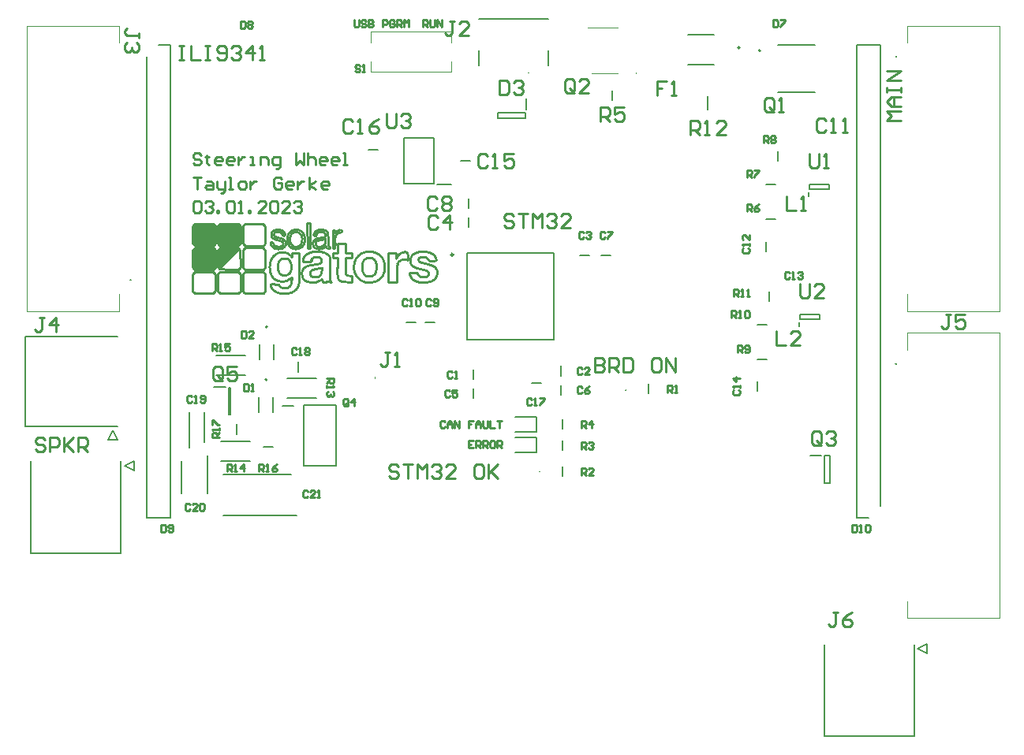
<source format=gto>
G04*
G04 #@! TF.GenerationSoftware,Altium Limited,Altium Designer,19.1.5 (86)*
G04*
G04 Layer_Color=65535*
%FSLAX25Y25*%
%MOIN*%
G70*
G01*
G75*
%ADD10C,0.00600*%
%ADD11C,0.01000*%
%ADD12C,0.00787*%
%ADD13C,0.00394*%
%ADD14C,0.00984*%
%ADD15C,0.00500*%
G36*
X343416Y407259D02*
X344510Y406165D01*
Y398884D01*
X343416Y397790D01*
X335854D01*
X334760Y398905D01*
Y406186D01*
X335854Y407280D01*
X343416D01*
Y407259D01*
D02*
G37*
G36*
X344510Y416347D02*
Y409024D01*
X343416Y407930D01*
X335854D01*
Y407951D01*
X334760Y409045D01*
Y416326D01*
X335854Y417420D01*
X343437D01*
X344510Y416347D01*
D02*
G37*
G36*
X346718Y407076D02*
X353416D01*
X353608Y406614D01*
X345920Y398927D01*
X345420Y399134D01*
Y406186D01*
X346514Y407280D01*
X346718Y407076D01*
D02*
G37*
G36*
X355040Y416326D02*
Y409045D01*
X353946Y407951D01*
Y407930D01*
X346384D01*
X345290Y409045D01*
Y416176D01*
X346515Y417401D01*
Y417420D01*
X353946D01*
X355040Y416326D01*
D02*
G37*
D10*
X566153Y491787D02*
G03*
X566153Y491787I-591J0D01*
G01*
D11*
X348427Y397928D02*
G03*
X350211Y397920I1784J206763D01*
G01*
X347244Y397955D02*
G03*
X348427Y397928I1548J42280D01*
G01*
X346378Y397992D02*
G03*
X347244Y397955I3059J59843D01*
G01*
X346256Y398065D02*
G03*
X346378Y397992I130J81D01*
G01*
X346267Y398178D02*
G03*
X346256Y398065I68J-64D01*
G01*
X347348Y399326D02*
G03*
X346267Y398178I286247J-270504D01*
G01*
X345906Y398645D02*
G03*
X346470Y399099I-3798J5297D01*
G01*
X345653Y398660D02*
G03*
X345906Y398645I136J150D01*
G01*
X351903Y403944D02*
G03*
X350310Y402355I631902J-634855D01*
G01*
X353253Y405282D02*
G03*
X351903Y403944I322237J-326434D01*
G01*
X350310Y402355D02*
G03*
X348648Y400676I177286J-177220D01*
G01*
X352343Y407273D02*
G03*
X350241Y407280I-2102J-338837D01*
G01*
X353344Y407244D02*
G03*
X352343Y407273I-1135J-21716D01*
G01*
X350096Y402661D02*
G03*
X352470Y405048I-487494J487321D01*
G01*
X354509Y406500D02*
G03*
X354470Y406484I0J-55D01*
G01*
X354542Y406490D02*
G03*
X354509Y406500I-33J-49D01*
G01*
X354618Y406437D02*
G03*
X354542Y406490I-1201J-1638D01*
G01*
X354707Y406367D02*
G03*
X354618Y406437I-1213J-1463D01*
G01*
X354802Y406285D02*
G03*
X354707Y406367I-1957J-2163D01*
G01*
X354939Y406043D02*
G03*
X354802Y406285I-434J-86D01*
G01*
X355003Y405551D02*
G03*
X354939Y406043I-3705J-232D01*
G01*
X355034Y404654D02*
G03*
X355003Y405551I-15766J-88D01*
G01*
X355040Y402489D02*
G03*
X355034Y404654I-388201J0D01*
G01*
X354137Y407076D02*
G03*
X353927Y407192I-251J-209D01*
G01*
X354137Y406858D02*
G03*
X354137Y407076I-132J109D01*
G01*
X368376Y389860D02*
G03*
X369055Y389095I3300J2248D01*
G01*
X367961Y390729D02*
G03*
X368376Y389860I3030J912D01*
G01*
X367804Y391363D02*
G03*
X367961Y390729I6470J1266D01*
G01*
X367897Y391579D02*
G03*
X367804Y391363I110J-175D01*
G01*
X368199Y391669D02*
G03*
X367897Y391579I10J-587D01*
G01*
X368636Y394601D02*
G03*
X369095Y394087I2604J1861D01*
G01*
X368202Y395299D02*
G03*
X368636Y394601I5657J3034D01*
G01*
X367838Y396091D02*
G03*
X368202Y395299I6610J2558D01*
G01*
X367590Y396892D02*
G03*
X367838Y396091I5929J1398D01*
G01*
X367454Y397735D02*
G03*
X367590Y396892I5983J535D01*
G01*
X367399Y398793D02*
G03*
X367454Y397735I14101J198D01*
G01*
X367424Y399848D02*
G03*
X367399Y398793I14009J-857D01*
G01*
X368050Y402179D02*
G03*
X367537Y400676I6047J-2902D01*
G01*
X368886Y403453D02*
G03*
X368050Y402179I4319J-3748D01*
G01*
X368657Y407405D02*
G03*
X369161Y407003I2464J2572D01*
G01*
X369279Y413024D02*
G03*
X369232Y412405I1581J-431D01*
G01*
X367812Y408887D02*
G03*
X367967Y408388I3964J957D01*
G01*
X367839Y409169D02*
G03*
X367812Y408887I400J-180D01*
G01*
X368021Y409314D02*
G03*
X367839Y409169I49J-249D01*
G01*
X368392Y409335D02*
G03*
X368021Y409314I-111J-1331D01*
G01*
X368667Y409298D02*
G03*
X368392Y409335I-494J-2578D01*
G01*
X368810Y409231D02*
G03*
X368667Y409298I-203J-248D01*
G01*
X368897Y409107D02*
G03*
X368810Y409231I-264J-93D01*
G01*
X368963Y408867D02*
G03*
X368897Y409107I-1775J-360D01*
G01*
X368963Y408867D02*
G03*
X369206Y408294I1527J310D01*
G01*
X368163Y411902D02*
G03*
X368588Y411253I1353J424D01*
G01*
X368072Y412769D02*
G03*
X368163Y411902I2188J-210D01*
G01*
X368125Y413107D02*
G03*
X368072Y412769I2884J-620D01*
G01*
X368211Y413369D02*
G03*
X368125Y413107I1154J-529D01*
G01*
X368353Y413605D02*
G03*
X368212Y413369I1011J-764D01*
G01*
X368574Y413865D02*
G03*
X368353Y413605I2117J-2028D01*
G01*
X368901Y414170D02*
G03*
X368574Y413865I2521J-3033D01*
G01*
X369214Y414384D02*
G03*
X368901Y414170I1010J-1806D01*
G01*
X375687Y387883D02*
G03*
X376739Y388224I-1383J6065D01*
G01*
X374662Y387739D02*
G03*
X375687Y387883I-345J6154D01*
G01*
X373342Y387719D02*
G03*
X374662Y387739I422J16007D01*
G01*
X372043Y387807D02*
G03*
X373342Y387719I1718J15780D01*
G01*
X371093Y388005D02*
G03*
X372043Y387807I1493J4793D01*
G01*
X369973Y388468D02*
G03*
X371093Y388005I3117J5949D01*
G01*
X371302Y391323D02*
G03*
X371650Y390750I1730J658D01*
G01*
Y390750D02*
G03*
X372181Y390332I1436J1278D01*
G01*
Y390332D02*
G03*
X372900Y390079I1191J2233D01*
G01*
D02*
G03*
X373797Y389993I913J4807D01*
G01*
D02*
G03*
X374515Y390034I19J5995D01*
G01*
D02*
G03*
X375060Y390168I-263J2239D01*
G01*
D02*
G03*
X375509Y390418I-653J1703D01*
G01*
Y390418D02*
G03*
X375932Y390812I-1743J2296D01*
G01*
Y390812D02*
G03*
X376269Y391293I-2012J1766D01*
G01*
D02*
G03*
X376477Y391818I-2007J1098D01*
G01*
X370802Y399150D02*
G03*
X370891Y398110I6054J-2D01*
G01*
D02*
G03*
X371131Y397152I6671J1162D01*
G01*
D02*
G03*
X371482Y396433I2818J929D01*
G01*
D02*
G03*
X371970Y395904I1916J1280D01*
G01*
D02*
G03*
X372620Y395521I1720J2178D01*
G01*
D02*
G03*
X373463Y395327I990J2370D01*
G01*
D02*
G03*
X374353Y395412I169J2930D01*
G01*
D02*
G03*
X375182Y395763I-731J2881D01*
G01*
D02*
G03*
X375845Y396339I-1418J2301D01*
G01*
Y396339D02*
G03*
X376499Y397693I-2417J2003D01*
G01*
D02*
G03*
X376599Y399459I-5720J1210D01*
G01*
X376586Y392492D02*
G03*
X376619Y393465I-14498J981D01*
G01*
X374626Y393105D02*
G03*
X376094Y394094I-1344J3580D01*
G01*
X372716Y392758D02*
G03*
X374626Y393105I-5J5448D01*
G01*
X370743Y393100D02*
G03*
X372716Y392758I1968J5486D01*
G01*
X375286Y402183D02*
G03*
X374975Y402361I-1519J-2296D01*
G01*
X374975D02*
G03*
X374681Y402470I-708J-1451D01*
G01*
X374681D02*
G03*
X374332Y402533I-567J-2134D01*
G01*
D02*
G03*
X373837Y402568I-814J-8198D01*
G01*
D02*
G03*
X373096Y402552I-237J-6118D01*
G01*
Y402552D02*
G03*
X372565Y402428I153J-1854D01*
G01*
Y402428D02*
G03*
X372121Y402163I595J-1506D01*
G01*
D02*
G03*
X371660Y401707I2511J-3000D01*
G01*
D02*
G03*
X371195Y400985I2421J-2072D01*
G01*
X376172Y401124D02*
G03*
X375286Y402183I-2218J-956D01*
G01*
X371664Y405083D02*
G03*
X371290Y405000I577J-3494D01*
G01*
X372089Y405136D02*
G03*
X371664Y405083I468J-5460D01*
G01*
X372553Y405159D02*
G03*
X372089Y405136I86J-6441D01*
G01*
X373048Y405151D02*
G03*
X372553Y405159I-385J-8253D01*
G01*
X373995Y405042D02*
G03*
X373048Y405151I-1269J-6823D01*
G01*
X374770Y404806D02*
G03*
X373995Y405042I-1447J-3374D01*
G01*
X375433Y404423D02*
G03*
X374770Y404806I-1931J-2572D01*
G01*
X376039Y403868D02*
G03*
X375433Y404423I-3142J-2825D01*
G01*
X371290Y405000D02*
G03*
X369991Y404414I1265J-4534D01*
G01*
X376477Y407160D02*
G03*
X377112Y406801I1543J1992D01*
G01*
X375851Y407744D02*
G03*
X376477Y407160I3505J3133D01*
G01*
X372621Y406805D02*
G03*
X373576Y407409I-1016J2661D01*
G01*
X371983Y406643D02*
G03*
X372621Y406805I-382J2833D01*
G01*
X371147Y406578D02*
G03*
X371983Y406643I-148J7369D01*
G01*
X370312Y406609D02*
G03*
X371147Y406578I687J7310D01*
G01*
X369681Y406746D02*
G03*
X370312Y406609I884J2544D01*
G01*
X370306Y407623D02*
G03*
X371164Y407540I859J4414D01*
G01*
D02*
G03*
X371979Y407626I0J3912D01*
G01*
X376473Y412725D02*
G03*
X375963Y411472I3157J-2015D01*
G01*
D02*
G03*
X375880Y410515I3996J-830D01*
G01*
X375880D02*
G03*
X376026Y409578I3856J121D01*
G01*
X376026D02*
G03*
X376384Y408746I3382J964D01*
G01*
X375001Y409163D02*
G03*
X375328Y408446I3072J966D01*
G01*
X374841Y409966D02*
G03*
X375001Y409163I3795J340D01*
G01*
X374819Y410933D02*
G03*
X374841Y409966I7319J-313D01*
G01*
X374922Y411878D02*
G03*
X374819Y410933I7051J-1251D01*
G01*
X375149Y412610D02*
G03*
X374922Y411878I2806J-1271D01*
G01*
X375573Y413314D02*
G03*
X375149Y412610I2785J-2157D01*
G01*
X376166Y413936D02*
G03*
X375573Y413314I2725J-3192D01*
G01*
X376863Y414416D02*
G03*
X376166Y413936I1948J-3577D01*
G01*
X371371Y414794D02*
G03*
X370055Y414693I-374J-3765D01*
G01*
X372598Y414427D02*
G03*
X371371Y414794I-1559J-2977D01*
G01*
X373500Y413673D02*
G03*
X372598Y414427I-2189J-1704D01*
G01*
X373909Y412675D02*
G03*
X373500Y413673I-1991J-234D01*
G01*
X373922Y412444D02*
G03*
X373909Y412675I-1857J15D01*
G01*
X373877Y412337D02*
G03*
X373922Y412444I-107J108D01*
G01*
X373764Y412280D02*
G03*
X373877Y412337I-32J204D01*
G01*
X373477Y412245D02*
G03*
X373764Y412280I-328J3947D01*
G01*
X373186Y412240D02*
G03*
X373477Y412245I102J2268D01*
G01*
X373030Y412295D02*
G03*
X373186Y412240I169J229D01*
G01*
X372910Y412436D02*
G03*
X373030Y412295I364J189D01*
G01*
X372741Y412788D02*
G03*
X372910Y412436I5754J2545D01*
G01*
X372741Y412788D02*
G03*
X372450Y413260I-1856J-821D01*
G01*
X372450D02*
G03*
X372066Y413580I-1050J-867D01*
G01*
D02*
G03*
X371560Y413762I-799J-1423D01*
G01*
D02*
G03*
X370900Y413822I-660J-3622D01*
G01*
D02*
G03*
X370100Y413736I0J-3777D01*
G01*
X369717Y411793D02*
G03*
X370301Y411548I1442J2615D01*
G01*
D02*
G03*
X371240Y411298I4448J14834D01*
G01*
X372237Y411041D02*
G03*
X371240Y411298I-6046J-21451D01*
G01*
X372897Y410805D02*
G03*
X372237Y411041I-2022J-4597D01*
G01*
X373371Y410537D02*
G03*
X372897Y410805I-1568J-2220D01*
G01*
X373754Y410192D02*
G03*
X373371Y410537I-1651J-1449D01*
G01*
X374200Y409295D02*
G03*
X373754Y410192I-1917J-395D01*
G01*
X374141Y408301D02*
G03*
X374200Y409295I-1816J607D01*
G01*
X372973Y408301D02*
G03*
X373110Y408840I-991J539D01*
G01*
Y408840D02*
G03*
X373002Y409317I-1107J0D01*
G01*
D02*
G03*
X372702Y409663I-778J-372D01*
G01*
D02*
G03*
X372105Y409949I-1304J-1955D01*
G01*
D02*
G03*
X370956Y410276I-6469J-20522D01*
G01*
X379167Y390139D02*
G03*
X379568Y391034I-2925J1846D01*
G01*
X378563Y389406D02*
G03*
X379167Y390139I-2593J2752D01*
G01*
X377726Y388749D02*
G03*
X378563Y389406I-3206J4947D01*
G01*
X379853Y393976D02*
G03*
X379870Y398467I-607625J4492D01*
G01*
X385319Y397655D02*
G03*
X384806Y397255I783J-1536D01*
G01*
D02*
G03*
X384495Y396704I1165J-1020D01*
G01*
D02*
G03*
X384430Y396073I1484J-472D01*
G01*
D02*
G03*
X384617Y395446I1747J180D01*
G01*
D02*
G03*
X384908Y395068I1192J616D01*
G01*
D02*
G03*
X385315Y394811I939J1036D01*
G01*
X382772Y392931D02*
G03*
X384745Y392373I2598J5423D01*
G01*
X381500Y394074D02*
G03*
X382772Y392931I2584J1595D01*
G01*
X381284Y394468D02*
G03*
X381500Y394075I3882J1870D01*
G01*
X381165Y394801D02*
G03*
X381284Y394468I1658J407D01*
G01*
X381099Y395205D02*
G03*
X381165Y394801I2539J205D01*
G01*
X381059Y395866D02*
G03*
X381099Y395205I16212J641D01*
G01*
X381046Y396544D02*
G03*
X381059Y395866I17784J26D01*
G01*
X381078Y396947D02*
G03*
X381046Y396544I2464J-400D01*
G01*
X381171Y397292D02*
G03*
X381078Y396947I1621J-623D01*
G01*
X381362Y397730D02*
G03*
X381171Y397292I4869J-2382D01*
G01*
X381709Y398281D02*
G03*
X381362Y397730I2401J-1895D01*
G01*
X382159Y398737D02*
G03*
X381709Y398281I1802J-2234D01*
G01*
X382731Y399107D02*
G03*
X382159Y398737I1499J-2938D01*
G01*
X383441Y399407D02*
G03*
X382731Y399107I1715J-5053D01*
G01*
X383947Y399551D02*
G03*
X383441Y399407I1183J-5120D01*
G01*
X384607Y399687D02*
G03*
X383947Y399551I2466J-13665D01*
G01*
X385281Y402462D02*
G03*
X384916Y401793I1402J-1198D01*
G01*
X381491Y402130D02*
G03*
X381433Y401722I1467J-418D01*
G01*
X381673Y402651D02*
G03*
X381491Y402130I4405J-1827D01*
G01*
X381927Y403178D02*
G03*
X381673Y402651I4487J-2493D01*
G01*
X382217Y403614D02*
G03*
X381927Y403178I2585J-2033D01*
G01*
X382798Y404184D02*
G03*
X382217Y403614I1932J-2548D01*
G01*
X383584Y404679D02*
G03*
X382798Y404184I2452J-4764D01*
G01*
X384522Y405071D02*
G03*
X383584Y404679I1988J-6077D01*
G01*
X377721Y407611D02*
G03*
X378168Y407546I475J1701D01*
G01*
D02*
G03*
X378822Y407565I119J7416D01*
G01*
Y407565D02*
G03*
X379210Y407609I-330J4565D01*
G01*
Y407609D02*
G03*
X379517Y407684I-307J1933D01*
G01*
D02*
G03*
X379781Y407799I-496J1503D01*
G01*
X380737Y407271D02*
G03*
X381189Y407662I-1649J2362D01*
G01*
X380168Y406936D02*
G03*
X380737Y407271I-1881J3845D01*
G01*
X379450Y406679D02*
G03*
X380168Y406936I-797J3355D01*
G01*
X378652Y406567D02*
G03*
X379450Y406679I-188J4259D01*
G01*
X377849Y406608D02*
G03*
X378652Y406567I616J4212D01*
G01*
X379723Y413552D02*
G03*
X378493Y413838I-1281J-2717D01*
G01*
X380904Y409177D02*
G03*
X381135Y410915I-4430J1474D01*
G01*
D02*
G03*
X380710Y412570I-4408J-250D01*
G01*
Y412570D02*
G03*
X379723Y413552I-1873J-895D01*
G01*
X379378Y414705D02*
G03*
X378482Y414806I-887J-3828D01*
G01*
X380214Y414404D02*
G03*
X379378Y414705I-1696J-3413D01*
G01*
X380925Y413927D02*
G03*
X380214Y414404I-2178J-2474D01*
G01*
X381749Y412887D02*
G03*
X380925Y413927I-3292J-1764D01*
G01*
X382215Y411567D02*
G03*
X381749Y412887I-4516J-850D01*
G01*
X382267Y410136D02*
G03*
X382215Y411567I-4792J539D01*
G01*
X381894Y408775D02*
G03*
X382267Y410136I-4154J1871D01*
G01*
X383273Y414030D02*
G03*
X383281Y412025I418528J733D01*
G01*
X383276Y415747D02*
G03*
X383273Y414030I225668J-1321D01*
G01*
X383372Y417465D02*
G03*
X383312Y417395I70J-120D01*
G01*
X383487Y417511D02*
G03*
X383372Y417465I96J-408D01*
G01*
X383653Y417532D02*
G03*
X383487Y417511I16J-792D01*
G01*
X383866Y417525D02*
G03*
X383653Y417532I-172J-2082D01*
G01*
X383312Y417395D02*
G03*
X383286Y417257I369J-141D01*
G01*
X389444Y397603D02*
G03*
X389489Y398323I-23748J1825D01*
G01*
D02*
G03*
X389448Y398586I-671J31D01*
G01*
X389448Y398586D02*
G03*
X389325Y398657I-105J-38D01*
G01*
Y398657D02*
G03*
X389089Y398572I117J-689D01*
G01*
X388943Y398513D02*
G03*
X389089Y398572I-129J530D01*
G01*
X388494Y398407D02*
G03*
X388943Y398513I-5457J24277D01*
G01*
X387954Y398293D02*
G03*
X388494Y398407I-3969J20173D01*
G01*
X387353Y398181D02*
G03*
X387954Y398293I-5372J30469D01*
G01*
X387353Y398181D02*
G03*
X386731Y398059I2871J-16286D01*
G01*
Y398059D02*
G03*
X386125Y397915I3241J-14994D01*
G01*
X385875Y394664D02*
G03*
X386630Y394618I755J6133D01*
G01*
D02*
G03*
X387343Y394656I0J6626D01*
G01*
Y394656D02*
G03*
X387863Y394780I-230J2125D01*
G01*
Y394780D02*
G03*
X388297Y395017I-615J1643D01*
G01*
Y395017D02*
G03*
X388734Y395406I-2040J2733D01*
G01*
X388734Y395406D02*
G03*
X389037Y395798I-1819J1721D01*
G01*
Y395798D02*
G03*
X389232Y396214I-1581J990D01*
G01*
X389232Y396214D02*
G03*
X389356Y396763I-2981J963D01*
G01*
D02*
G03*
X389444Y397603I-14952J1996D01*
G01*
X392882Y398332D02*
G03*
X392925Y396268I241357J3924D01*
G01*
D02*
G03*
X392979Y394688I84303J2092D01*
G01*
X392979D02*
G03*
X393040Y393480I88727J3866D01*
G01*
X393040D02*
G03*
X393110Y393111I1435J82D01*
G01*
X393167Y392937D02*
G03*
X393110Y393111I-3629195J-1198455D01*
G01*
X393216Y392790D02*
G03*
X393167Y392937I-1834899J-605677D01*
G01*
X393260Y392656D02*
G03*
X393260Y392657I-10J-3D01*
G01*
X393260Y392655D02*
G03*
X393260Y392656I0J0D01*
G01*
X392179Y392679D02*
G03*
X392745Y392667I41632J1863152D01*
G01*
X391506Y392694D02*
G03*
X392179Y392679I82402J3656895D01*
G01*
X389669Y393247D02*
G03*
X389635Y393444I-7832J-1253D01*
G01*
X389635D02*
G03*
X389600Y393609I-4039J-751D01*
G01*
X389600D02*
G03*
X389568Y393747I-8168J-1869D01*
G01*
X389568D02*
G03*
X389551Y393760I-16J-4D01*
G01*
D02*
G03*
X389526Y393753I-0J-47D01*
G01*
D02*
G03*
X389329Y393627I33956J-53538D01*
G01*
D02*
G03*
X389104Y393481I10070J-15749D01*
G01*
X389104D02*
G03*
X388843Y393307I18966J-28744D01*
G01*
X386938Y392494D02*
G03*
X388843Y393307I-1173J5386D01*
G01*
X387741Y405397D02*
G03*
X386366Y405411I-1034J-35513D01*
G01*
X389119Y405330D02*
G03*
X387741Y405397I-2391J-34732D01*
G01*
X389964Y405206D02*
G03*
X389119Y405330I-1226J-5418D01*
G01*
X390659Y404977D02*
G03*
X389964Y405206I-1548J-3538D01*
G01*
X391357Y404607D02*
G03*
X390659Y404977I-2801J-4437D01*
G01*
X391971Y404150D02*
G03*
X391357Y404607I-3266J-3745D01*
G01*
X392410Y403662D02*
G03*
X391971Y404150I-2228J-1562D01*
G01*
X388483Y400371D02*
G03*
X389078Y400724I-508J1534D01*
G01*
D02*
G03*
X389373Y401224I-701J750D01*
G01*
D02*
G03*
X389401Y401878I-1569J395D01*
G01*
X389401D02*
G03*
X389221Y402362I-1314J-213D01*
G01*
X389221D02*
G03*
X388867Y402754I-1242J-764D01*
G01*
D02*
G03*
X388351Y403033I-1121J-1461D01*
G01*
Y403033D02*
G03*
X387702Y403181I-1000J-2875D01*
G01*
Y403181D02*
G03*
X386713Y403181I-495J-4262D01*
G01*
D02*
G03*
X385889Y402937I286J-2473D01*
G01*
X387471Y407695D02*
G03*
X387945Y407566I636J1397D01*
G01*
D02*
G03*
X388587Y407545I464J4342D01*
G01*
Y407545D02*
G03*
X389233Y407619I-181J4420D01*
G01*
D02*
G03*
X389723Y407787I-340J1786D01*
G01*
X392358Y407823D02*
G03*
X392675Y407647I411J367D01*
G01*
X392797Y407603D02*
G03*
X392675Y407647I-187J-330D01*
G01*
X392877Y407525D02*
G03*
X392797Y407603I-189J-113D01*
G01*
X392921Y407400D02*
G03*
X392877Y407525I-333J-49D01*
G01*
X392935Y407213D02*
G03*
X392921Y407400I-1292J-0D01*
G01*
X392918Y406987D02*
G03*
X392935Y407213I-1475J226D01*
G01*
X392855Y406878D02*
G03*
X392918Y406987I-110J136D01*
G01*
X392723Y406820D02*
G03*
X392855Y406878I-38J269D01*
G01*
X392408Y406786D02*
G03*
X392723Y406820I-341J4643D01*
G01*
X391950Y406824D02*
G03*
X392408Y406786I350J1431D01*
G01*
X391550Y407003D02*
G03*
X391950Y406824I691J1010D01*
G01*
X391277Y407287D02*
G03*
X391550Y407003I815J509D01*
G01*
X391180Y407626D02*
G03*
X391277Y407287I641J0D01*
G01*
X391180Y407626D02*
G03*
X391157Y407794I-614J0D01*
G01*
D02*
G03*
X391089Y407827I-49J-14D01*
G01*
D02*
G03*
X390951Y407742I178J-447D01*
G01*
X390951D02*
G03*
X390525Y407365I25368J-29065D01*
G01*
X390170Y407071D02*
G03*
X390525Y407365I-3435J4510D01*
G01*
X389859Y406871D02*
G03*
X390170Y407071I-1131J2093D01*
G01*
X389540Y406732D02*
G03*
X389859Y406871I-653J1938D01*
G01*
X389163Y406630D02*
G03*
X389540Y406732I-659J3175D01*
G01*
X388204Y406550D02*
G03*
X389163Y406630I151J3977D01*
G01*
X387274Y406706D02*
G03*
X388204Y406550I1068J3496D01*
G01*
X386498Y407071D02*
G03*
X387274Y406706I1658J2523D01*
G01*
X385988Y407600D02*
G03*
X386498Y407071I1427J866D01*
G01*
X391050Y410172D02*
G03*
X391035Y410525I-4239J-0D01*
G01*
D02*
G03*
X390980Y410724I-558J-47D01*
G01*
D02*
G03*
X390890Y410780I-89J-44D01*
G01*
D02*
G03*
X390776Y410732I1J-164D01*
G01*
X390724Y410704D02*
G03*
X390776Y410732I-20J100D01*
G01*
X390342Y410629D02*
G03*
X390724Y410704I-10474J54056D01*
G01*
X389897Y410548D02*
G03*
X390342Y410629I-3753J21748D01*
G01*
X389380Y410462D02*
G03*
X389897Y410548I-6226J39163D01*
G01*
X389380Y410462D02*
G03*
X388370Y410278I3531J-22212D01*
G01*
Y410278D02*
G03*
X387704Y410090I985J-4777D01*
G01*
Y410090D02*
G03*
X387257Y409872I778J-2162D01*
G01*
Y409872D02*
G03*
X386964Y409593I546J-867D01*
G01*
D02*
G03*
X386779Y409107I867J-607D01*
G01*
X386779D02*
G03*
X386821Y408535I1526J-175D01*
G01*
X390335Y408200D02*
G03*
X390744Y408704I-1222J1412D01*
G01*
D02*
G03*
X390974Y409345I-1836J1022D01*
G01*
Y409345D02*
G03*
X391050Y410172I-4483J827D01*
G01*
X388970Y414807D02*
G03*
X388125Y414698I66J-3850D01*
G01*
X389896Y414743D02*
G03*
X388970Y414807I-834J-5330D01*
G01*
X390741Y414533D02*
G03*
X389896Y414743I-1601J-4620D01*
G01*
X391332Y414197D02*
G03*
X390741Y414533I-1202J-1428D01*
G01*
X391744Y413725D02*
G03*
X391332Y414197I-1742J-1108D01*
G01*
X391967Y413177D02*
G03*
X391744Y413725I-1615J-337D01*
G01*
X392067Y412319D02*
G03*
X391967Y413177I-4817J-126D01*
G01*
X392090Y410559D02*
G03*
X392067Y412319I-67491J-0D01*
G01*
X392090Y410559D02*
G03*
X392106Y408881I90946J0D01*
G01*
D02*
G03*
X392182Y408175I3951J73D01*
G01*
X386133Y410206D02*
G03*
X385690Y409414I1480J-1348D01*
G01*
X386916Y410803D02*
G03*
X386133Y410206I1249J-2448D01*
G01*
X387223Y410923D02*
G03*
X386916Y410803I461J-1626D01*
G01*
X387742Y411057D02*
G03*
X387223Y410923I2445J-10588D01*
G01*
X388373Y411187D02*
G03*
X387742Y411057I2415J-13320D01*
G01*
X389065Y411300D02*
G03*
X388373Y411187I2698J-18807D01*
G01*
X389065Y411300D02*
G03*
X390213Y411488I-4056J28278D01*
G01*
D02*
G03*
X390722Y411669I-313J1690D01*
G01*
D02*
G03*
X390964Y411940I-258J474D01*
G01*
D02*
G03*
X391050Y412381I-1090J441D01*
G01*
D02*
G03*
X390850Y413093I-1367J0D01*
G01*
X390850Y413093D02*
G03*
X390307Y413607I-1219J-744D01*
G01*
Y413608D02*
G03*
X389472Y413845I-962J-1793D01*
G01*
D02*
G03*
X388462Y413770I-234J-3695D01*
G01*
D02*
G03*
X387953Y413612I619J-2887D01*
G01*
D02*
G03*
X387585Y413382I501J-1211D01*
G01*
D02*
G03*
X387328Y413057I782J-884D01*
G01*
D02*
G03*
X387150Y412609I1848J-993D01*
G01*
X387054Y412305D02*
G03*
X387150Y412609I-3610J1302D01*
G01*
X386962Y412170D02*
G03*
X387054Y412305I-215J246D01*
G01*
X386823Y412107D02*
G03*
X386962Y412170I-33J260D01*
G01*
X386556Y412090D02*
G03*
X386823Y412107I0J2094D01*
G01*
X386222Y412135D02*
G03*
X386556Y412090I334J1228D01*
G01*
X386049Y412273D02*
G03*
X386222Y412135I246J131D01*
G01*
X386008Y412521D02*
G03*
X386049Y412273I389J-64D01*
G01*
X386109Y412933D02*
G03*
X386008Y412521I2579J-851D01*
G01*
X386405Y413536D02*
G03*
X386109Y412933I2033J-1372D01*
G01*
X386859Y414051D02*
G03*
X386405Y413536I1760J-2009D01*
G01*
X387445Y414447D02*
G03*
X386859Y414051I1283J-2528D01*
G01*
X388125Y414698D02*
G03*
X387445Y414447I745J-3062D01*
G01*
X399527Y399289D02*
G03*
X399575Y396427I230565J2478D01*
G01*
D02*
G03*
X399718Y395682I2295J53D01*
G01*
X399718D02*
G03*
X400099Y395347I500J185D01*
G01*
D02*
G03*
X401032Y395231I1043J4577D01*
G01*
X398627Y392685D02*
G03*
X400020Y392658I1453J39105D01*
G01*
X397880Y392786D02*
G03*
X398627Y392685I891J3790D01*
G01*
X397341Y393006D02*
G03*
X397880Y392786I964J1589D01*
G01*
X396790Y393418D02*
G03*
X397341Y393006I2406J2645D01*
G01*
X396362Y393959D02*
G03*
X396790Y393418I1851J1023D01*
G01*
X396148Y394593D02*
G03*
X396362Y393959I1859J275D01*
G01*
X396057Y395684D02*
G03*
X396148Y394593I8593J168D01*
G01*
X396013Y398668D02*
G03*
X396057Y395684I313857J3148D01*
G01*
X396803Y414567D02*
G03*
X396575Y414498I591J-2345D01*
G01*
X397057Y414621D02*
G03*
X396803Y414567I584J-3379D01*
G01*
X397299Y414653D02*
G03*
X397057Y414621I297J-3148D01*
G01*
X397485Y414655D02*
G03*
X397299Y414653I-84J-1092D01*
G01*
X397707Y414622D02*
G03*
X397485Y414655I-345J-1583D01*
G01*
X397812Y414557D02*
G03*
X397707Y414622I-146J-118D01*
G01*
X397863Y414434D02*
G03*
X397812Y414557I-229J-22D01*
G01*
X397875Y414173D02*
G03*
X397863Y414434I-2739J-0D01*
G01*
X397851Y413895D02*
G03*
X397875Y414173I-1617J279D01*
G01*
X397768Y413753D02*
G03*
X397851Y413895I-148J182D01*
G01*
X397582Y413654D02*
G03*
X397768Y413753I-154J517D01*
G01*
X397054Y413507D02*
G03*
X397582Y413654I-4201J16066D01*
G01*
X397054Y413507D02*
G03*
X396684Y413392I1096J-4194D01*
G01*
D02*
G03*
X396345Y413250I1188J-3304D01*
G01*
Y413250D02*
G03*
X396056Y413089I1261J-2611D01*
G01*
Y413089D02*
G03*
X395835Y412919I784J-1239D01*
G01*
Y412919D02*
G03*
X395398Y412389I1863J-1982D01*
G01*
X395398D02*
G03*
X395155Y411810I1624J-1025D01*
G01*
X395155D02*
G03*
X395027Y410942I4812J-1150D01*
G01*
X395027D02*
G03*
X394954Y409230I59958J-3426D01*
G01*
X395756Y413969D02*
G03*
X395509Y413734I2064J-2426D01*
G01*
X396047Y414196D02*
G03*
X395756Y413969I2568J-3588D01*
G01*
X396337Y414385D02*
G03*
X396047Y414196I2065J-3478D01*
G01*
X396575Y414498D02*
G03*
X396337Y414385I469J-1303D01*
G01*
X406436Y399420D02*
G03*
X406446Y398111I7314J-604D01*
G01*
D02*
G03*
X406701Y396959I4839J467D01*
G01*
Y396959D02*
G03*
X407185Y396024I3596J1270D01*
G01*
Y396024D02*
G03*
X407873Y395353I2184J1547D01*
G01*
D02*
G03*
X408254Y395119I2856J4236D01*
G01*
D02*
G03*
X408548Y395000I643J1162D01*
G01*
Y395000D02*
G03*
X408881Y394945I425J1554D01*
G01*
X405700Y393393D02*
G03*
X407771Y392536I3370J5207D01*
G01*
X404138Y394892D02*
G03*
X405700Y393393I4671J3306D01*
G01*
X403199Y396897D02*
G03*
X404138Y394892I6046J1609D01*
G01*
X403127Y397253D02*
G03*
X403199Y396897I2910J399D01*
G01*
X403068Y397772D02*
G03*
X403127Y397253I11925J1109D01*
G01*
X403027Y398346D02*
G03*
X403068Y397772I13351J663D01*
G01*
X403013Y398895D02*
G03*
X403027Y398346I11063J0D01*
G01*
Y399444D02*
G03*
X403013Y398895I11049J-549D01*
G01*
X408262Y402640D02*
G03*
X407337Y402010I792J-2160D01*
G01*
D02*
G03*
X406732Y400940I2169J-1932D01*
G01*
X408484Y405394D02*
G03*
X407660Y405258I511J-5645D01*
G01*
X403199Y400893D02*
G03*
X403127Y400536I2838J-755D01*
G01*
X403827Y402411D02*
G03*
X403199Y400893I5403J-3124D01*
G01*
X404824Y403695D02*
G03*
X403827Y402411I4190J-4283D01*
G01*
X406130Y404664D02*
G03*
X404824Y403695I2883J-5250D01*
G01*
X407660Y405258D02*
G03*
X406130Y404664I1468J-6054D01*
G01*
X410823Y395174D02*
G03*
X411797Y395876I-735J2048D01*
G01*
X411797D02*
G03*
X412362Y397095I-2279J1796D01*
G01*
X412362D02*
G03*
X412542Y398895I-8877J1800D01*
G01*
X415993Y398346D02*
G03*
X416007Y398895I-11049J549D01*
G01*
X415952Y397772D02*
G03*
X415993Y398346I-13310J1237D01*
G01*
X415893Y397253D02*
G03*
X415952Y397772I-11866J1627D01*
G01*
X415821Y396897D02*
G03*
X415893Y397253I-2838J755D01*
G01*
X415052Y395126D02*
G03*
X415821Y396897I-5501J3440D01*
G01*
X413820Y393741D02*
G03*
X415052Y395126I-3451J4313D01*
G01*
X412169Y392816D02*
G03*
X413820Y393741I-1973J5455D01*
G01*
X410177Y392381D02*
G03*
X412169Y392816I-639J7710D01*
G01*
X410888Y402594D02*
G03*
X410591Y402713I-1017J-2100D01*
G01*
X410591D02*
G03*
X410269Y402796I-830J-2562D01*
G01*
D02*
G03*
X409910Y402844I-610J-3175D01*
G01*
X412449Y400272D02*
G03*
X412155Y401301I-3739J-511D01*
G01*
D02*
G03*
X411641Y402054I-2344J-1048D01*
G01*
D02*
G03*
X410888Y402594I-1936J-1906D01*
G01*
X411300Y405264D02*
G03*
X410468Y405398I-1338J-5673D01*
G01*
X412115Y405018D02*
G03*
X411300Y405264I-2401J-6479D01*
G01*
X412853Y404682D02*
G03*
X412115Y405018I-2709J-4983D01*
G01*
X413538Y404245D02*
G03*
X412853Y404682I-3409J-4574D01*
G01*
X414194Y403691D02*
G03*
X413538Y404245I-4889J-5126D01*
G01*
X415014Y402725D02*
G03*
X414194Y403691I-4976J-3391D01*
G01*
X415576Y401644D02*
G03*
X415014Y402725I-4826J-1825D01*
G01*
X415900Y400387D02*
G03*
X415576Y401644I-5893J-849D01*
G01*
X418587Y392553D02*
G03*
X419240Y392565I-594J53279D01*
G01*
X418029Y392552D02*
G03*
X418587Y392553I239J28641D01*
G01*
X423787Y405181D02*
G03*
X423455Y405079I810J-3238D01*
G01*
X424144Y405253D02*
G03*
X423787Y405181I617J-3966D01*
G01*
X424505Y405292D02*
G03*
X424144Y405253I253J-3985D01*
G01*
X424850Y405296D02*
G03*
X424505Y405292I-139J-3243D01*
G01*
X424940Y402159D02*
G03*
X423810Y402145I-513J-4368D01*
G01*
D02*
G03*
X422798Y401835I476J-3360D01*
G01*
D02*
G03*
X421973Y401247I1352J-2772D01*
G01*
X421973D02*
G03*
X421382Y400423I2178J-2183D01*
G01*
X421563Y403782D02*
G03*
X421094Y403120I4101J-3402D01*
G01*
X422100Y404319D02*
G03*
X421563Y403782I2614J-3151D01*
G01*
X422724Y404746D02*
G03*
X422100Y404319I1966J-3549D01*
G01*
X423455Y405079D02*
G03*
X422724Y404746I1756J-4821D01*
G01*
X430136Y392612D02*
G03*
X431976Y392359I2306J9957D01*
G01*
X428619Y393188D02*
G03*
X430136Y392612I2873J5278D01*
G01*
X427795Y393782D02*
G03*
X428619Y393188I2759J2959D01*
G01*
X427127Y394573D02*
G03*
X427795Y393782I3631J2387D01*
G01*
X426689Y395464D02*
G03*
X427127Y394573I3777J1304D01*
G01*
X426540Y396351D02*
G03*
X426689Y395464I2718J0D01*
G01*
X429870Y396141D02*
G03*
X430132Y395628I1905J650D01*
G01*
D02*
G03*
X430534Y395197I1794J1270D01*
G01*
Y395197D02*
G03*
X431055Y394872I1517J1854D01*
G01*
Y394872D02*
G03*
X431665Y394672I1194J2610D01*
G01*
X431665Y394672D02*
G03*
X432789Y394600I817J3934D01*
G01*
X433067Y397586D02*
G03*
X431008Y398117I-16010J-57781D01*
G01*
X430249Y398311D02*
G03*
X431008Y398117I6666J24496D01*
G01*
X429508Y398526D02*
G03*
X430249Y398311I7023J22869D01*
G01*
X428874Y398731D02*
G03*
X429508Y398526I6901J20202D01*
G01*
X428514Y398883D02*
G03*
X428874Y398731I1262J2491D01*
G01*
X427984Y399213D02*
G03*
X428514Y398883I2137J2840D01*
G01*
X427521Y399631D02*
G03*
X427984Y399213I2575J2389D01*
G01*
X431579Y405439D02*
G03*
X430200Y405260I360J-8189D01*
G01*
X433112Y405409D02*
G03*
X431579Y405439I-1002J-12044D01*
G01*
X433007Y403115D02*
G03*
X432195Y403173I-796J-5410D01*
G01*
Y403173D02*
G03*
X431233Y403075I14J-4905D01*
G01*
X431233Y403075D02*
G03*
X430587Y402774I304J-1496D01*
G01*
X430587D02*
G03*
X430292Y402298I517J-651D01*
G01*
X430292D02*
G03*
X430329Y401690I1101J-237D01*
G01*
X430329D02*
G03*
X430574Y401324I835J291D01*
G01*
D02*
G03*
X431023Y401021I1298J1445D01*
G01*
D02*
G03*
X431743Y400745I1952J4017D01*
G01*
D02*
G03*
X432878Y400452I6149J21451D01*
G01*
X426827Y401137D02*
G03*
X426928Y400593I2043J96D01*
G01*
X426836Y401869D02*
G03*
X426827Y401137I6031J-447D01*
G01*
X426935Y402601D02*
G03*
X426836Y401869I5979J-1182D01*
G01*
X427117Y403150D02*
G03*
X426935Y402601I2112J-1002D01*
G01*
X427595Y403871D02*
G03*
X427117Y403150I2289J-2035D01*
G01*
X428279Y404474D02*
G03*
X427595Y403871I2118J-3093D01*
G01*
X429154Y404941D02*
G03*
X428279Y404474I1667J-4181D01*
G01*
X430200Y405260D02*
G03*
X429154Y404941I1401J-6457D01*
G01*
X436847Y399153D02*
G03*
X436070Y399570I-2302J-3362D01*
G01*
X437492Y398589D02*
G03*
X436847Y399153I-2705J-2444D01*
G01*
X437949Y397912D02*
G03*
X437492Y398589I-2609J-1267D01*
G01*
X438194Y397140D02*
G03*
X437949Y397912I-2774J-456D01*
G01*
X438221Y396272D02*
G03*
X438194Y397140I-3274J334D01*
G01*
X438031Y395311D02*
G03*
X438221Y396272I-5067J1497D01*
G01*
X437694Y394592D02*
G03*
X438031Y395311I-2199J1469D01*
G01*
X437109Y393876D02*
G03*
X437694Y394592I-3397J3376D01*
G01*
X436378Y393268D02*
G03*
X437109Y393876I-2837J4153D01*
G01*
X435605Y392869D02*
G03*
X436378Y393268I-1233J3337D01*
G01*
X433883Y392442D02*
G03*
X435605Y392869I-1060J7957D01*
G01*
X433791Y394862D02*
G03*
X434479Y395394I-825J1776D01*
G01*
D02*
G03*
X434730Y396095I-853J701D01*
G01*
D02*
G03*
X434551Y396723I-1188J-0D01*
G01*
D02*
G03*
X434063Y397183I-1115J-693D01*
G01*
X435659Y404806D02*
G03*
X434558Y405194I-2086J-4169D01*
G01*
X436275Y404423D02*
G03*
X435659Y404806I-2373J-3131D01*
G01*
X436836Y403920D02*
G03*
X436275Y404423I-3327J-3145D01*
G01*
X437291Y403348D02*
G03*
X436836Y403920I-3598J-2399D01*
G01*
X437591Y402762D02*
G03*
X437291Y403348I-2688J-1006D01*
G01*
X437858Y401962D02*
G03*
X437591Y402762I-11196J-3289D01*
G01*
X437783Y401699D02*
G03*
X437858Y401962I-171J191D01*
G01*
X437480Y401578D02*
G03*
X437783Y401699I-12J472D01*
G01*
X436258Y401565D02*
G03*
X437480Y401578I130J43874D01*
G01*
X434405Y402117D02*
G03*
X434073Y402599I-1661J-789D01*
G01*
X348648Y400676D02*
G03*
X347348Y399326I71674J-70311D01*
G01*
X347478Y400052D02*
G03*
X350096Y402661I-682307J687289D01*
G01*
X346470Y399099D02*
G03*
X347478Y400052I-19086J21194D01*
G01*
X367537Y400676D02*
G03*
X367424Y399848I5490J-1171D01*
G01*
X368236Y407888D02*
G03*
X368657Y407405I2859J2061D01*
G01*
X367967Y408388D02*
G03*
X368236Y407888I2049J782D01*
G01*
X371195Y400985D02*
G03*
X370904Y400121I3644J-1705D01*
G01*
X370904D02*
G03*
X370802Y399150I4553J-973D01*
G01*
X376599Y399459D02*
G03*
X376172Y401124I-5516J-527D01*
G01*
X376477Y391818D02*
G03*
X376586Y392492I-3564J923D01*
G01*
X376384Y408746D02*
G03*
X376926Y408094I2328J1383D01*
G01*
X376926D02*
G03*
X377343Y407780I2288J2605D01*
G01*
X375328Y408446D02*
G03*
X375851Y407744I4163J2552D01*
G01*
X373576Y407409D02*
G03*
X374141Y408301I-1524J1591D01*
G01*
X369651Y407875D02*
G03*
X370306Y407623I1039J1724D01*
G01*
X371979Y407626D02*
G03*
X372593Y407885I-368J1731D01*
G01*
Y407885D02*
G03*
X372973Y408301I-653J977D01*
G01*
X379769Y392131D02*
G03*
X379853Y393976I-23965J2023D01*
G01*
X379568Y391034D02*
G03*
X379769Y392131I-5520J1580D01*
G01*
X379781Y407799D02*
G03*
X380039Y407966I-983J1795D01*
G01*
D02*
G03*
X380904Y409177I-1532J2008D01*
G01*
X381562Y408149D02*
G03*
X381894Y408775I-4628J2860D01*
G01*
X381189Y407662D02*
G03*
X381562Y408149I-2238J2101D01*
G01*
X383286Y417257D02*
G03*
X383276Y415747I948104J-7068D01*
G01*
X387552Y400149D02*
G03*
X388483Y400371I-824J5521D01*
G01*
X386821Y408535D02*
G03*
X387070Y408020I1474J394D01*
G01*
Y408020D02*
G03*
X387471Y407695I830J616D01*
G01*
X389723Y407787D02*
G03*
X390335Y408200I-1409J2747D01*
G01*
X392182Y408175D02*
G03*
X392358Y407823I738J148D01*
G01*
X406732Y400940D02*
G03*
X406436Y399420I6764J-2103D01*
G01*
X403068Y400018D02*
G03*
X403027Y399444I13310J-1237D01*
G01*
X403127Y400536D02*
G03*
X403068Y400018I11866J-1627D01*
G01*
X412542Y398895D02*
G03*
X412449Y400272I-10163J0D01*
G01*
X416007Y398895D02*
G03*
X415900Y400387I-10462J-0D01*
G01*
X427159Y400102D02*
G03*
X427521Y399631I2710J1708D01*
G01*
X426928Y400593D02*
G03*
X427159Y400102I2122J700D01*
G01*
X436070Y399570D02*
G03*
X434913Y399952I-3546J-8785D01*
G01*
X345519Y398900D02*
G03*
X345653Y398660I422J78D01*
G01*
X345456Y399409D02*
G03*
X345519Y398900I4170J252D01*
G01*
X354470Y406484D02*
G03*
X353253Y405282I4924637J-4991257D01*
G01*
X353927Y407192D02*
G03*
X353344Y407244I-991J-7742D01*
G01*
X353539Y406171D02*
G03*
X354137Y406858I-13407J12270D01*
G01*
X352470Y405048D02*
G03*
X353539Y406171I-28149J27866D01*
G01*
X345420Y402518D02*
G03*
X345426Y400330I392544J-1D01*
G01*
X376739Y388224D02*
G03*
X377726Y388749I-2536J5960D01*
G01*
X369055Y389095D02*
G03*
X369973Y388468I3136J3605D01*
G01*
X369473Y391680D02*
G03*
X368199Y391669I-0J-71304D01*
G01*
X369095Y394087D02*
G03*
X370743Y393100I3321J3676D01*
G01*
X386125Y397915D02*
G03*
X385609Y397771I3422J-13212D01*
G01*
Y397771D02*
G03*
X385319Y397655I503J-1669D01*
G01*
X385315Y394811D02*
G03*
X385875Y394664I825J2005D01*
G01*
X384745Y392373D02*
G03*
X386938Y392494I720J6890D01*
G01*
X369991Y404414D02*
G03*
X368886Y403453I2856J-4399D01*
G01*
X386366Y405411D02*
G03*
X385559Y405334I46J-4768D01*
G01*
X385889Y402937D02*
G03*
X385281Y402462I864J-1733D01*
G01*
X385559Y405334D02*
G03*
X384522Y405071I1403J-7722D01*
G01*
X377343Y407780D02*
G03*
X377721Y407611I754J1176D01*
G01*
X377112Y406801D02*
G03*
X377849Y406608I1231J3190D01*
G01*
X369161Y407003D02*
G03*
X369681Y406746I1286J1951D01*
G01*
X385690Y409414D02*
G03*
X385643Y408513I1904J-552D01*
G01*
X378493Y413838D02*
G03*
X377356Y413555I-39J-2268D01*
G01*
X377356D02*
G03*
X376473Y412725I1192J-2154D01*
G01*
X378482Y414806D02*
G03*
X377595Y414698I9J-3786D01*
G01*
D02*
G03*
X376863Y414416I716J-2943D01*
G01*
X370100Y413736D02*
G03*
X369563Y413471I261J-1206D01*
G01*
D02*
G03*
X369279Y413024I579J-681D01*
G01*
X369232Y412405D02*
G03*
X369379Y412069I626J73D01*
G01*
D02*
G03*
X369717Y411793I924J788D01*
G01*
X369455Y410742D02*
G03*
X370956Y410276I5305J14439D01*
G01*
X368588Y411253D02*
G03*
X369455Y410742I1833J2122D01*
G01*
X369575Y414547D02*
G03*
X369214Y414384I765J-2177D01*
G01*
X370055Y414693D02*
G03*
X369575Y414547I1448J-5633D01*
G01*
X417544Y392558D02*
G03*
X418029Y392552I1260J92869D01*
G01*
X417494Y392579D02*
G03*
X417544Y392558I51J51D01*
G01*
X417472Y392632D02*
G03*
X417494Y392579I76J1D01*
G01*
X417456Y394425D02*
G03*
X417472Y392632I4309936J37277D01*
G01*
X417444Y396424D02*
G03*
X417456Y394425I371200J1215D01*
G01*
X417440Y398787D02*
G03*
X417444Y396424I722251J-2D01*
G01*
X408881Y394945D02*
G03*
X409419Y394930I537J9499D01*
G01*
D02*
G03*
X410823Y395174I-0J4158D01*
G01*
X407771Y392536D02*
G03*
X410177Y392381I1725J8056D01*
G01*
X409910Y402844D02*
G03*
X409502Y402860I-408J-5240D01*
G01*
D02*
G03*
X408262Y402640I0J-3600D01*
G01*
X409475Y405440D02*
G03*
X408484Y405394I19J-11191D01*
G01*
X410468Y405398D02*
G03*
X409475Y405440I-974J-11183D01*
G01*
X431976Y392359D02*
G03*
X433883Y392442I490J10722D01*
G01*
X432789Y394600D02*
G03*
X433791Y394862I-222J2897D01*
G01*
X434063Y397183D02*
G03*
X433067Y397586I-2261J-4163D01*
G01*
X434558Y405194D02*
G03*
X433112Y405409I-2381J-11018D01*
G01*
X434073Y402599D02*
G03*
X433619Y402928I-1123J-1073D01*
G01*
D02*
G03*
X433007Y403115I-925J-1937D01*
G01*
X345426Y400330D02*
G03*
X345456Y399409I16871J94D01*
G01*
X385629Y399857D02*
G03*
X384607Y399687I6090J-39591D01*
G01*
X387552Y400149D02*
G03*
X385629Y399857I62682J-420226D01*
G01*
X385643Y408513D02*
G03*
X385988Y407600I2627J471D01*
G01*
X369206Y408294D02*
G03*
X369651Y407875I1192J821D01*
G01*
X434913Y399952D02*
G03*
X432878Y400452I-18685J-71691D01*
G01*
X335383Y388261D02*
X335876Y387780D01*
X334890Y388743D02*
X335383Y388261D01*
X335371Y396517D02*
X335853Y397010D01*
X334890Y392383D02*
Y396024D01*
X335371Y396517D01*
X335307Y398347D02*
X335854Y397790D01*
X334760Y398905D02*
X335307Y398347D01*
Y406723D02*
X335854Y407280D01*
X334760Y402535D02*
Y406165D01*
X335307Y406723D01*
X334760Y409045D02*
X335307Y408487D01*
X334760Y409045D02*
Y412675D01*
X335307Y416863D02*
X335854Y417420D01*
X334760Y416305D02*
X335307Y416863D01*
X343899Y388273D02*
X344380Y388766D01*
X343417Y387780D02*
X343899Y388273D01*
X339647Y387780D02*
X343417D01*
X339623Y397010D02*
X343394D01*
X343887Y396529D01*
X344380Y396047D01*
Y392407D02*
Y396047D01*
X343963Y398347D02*
X344510Y398905D01*
X343416Y397790D02*
X343963Y398347D01*
X339635Y397790D02*
X343416D01*
X339635Y407280D02*
X343416D01*
X343963Y406723D01*
X344510Y406165D01*
Y402535D02*
Y406165D01*
X345290Y409045D02*
Y412610D01*
X344510Y409045D02*
Y412696D01*
X343963Y408487D02*
X344510Y409045D01*
X339600Y417420D02*
X343346D01*
X343928Y416883D01*
X344510Y416347D01*
X346406Y387780D02*
X350242D01*
X345913Y388261D02*
X346406Y387780D01*
X345901Y396517D02*
X346383Y397010D01*
X350153D01*
X345967Y406723D02*
X346514Y407280D01*
X350241D01*
X345903Y416798D02*
X346515Y417420D01*
X350231D01*
X356911Y387780D02*
X360759D01*
X356491Y388213D02*
X356911Y387780D01*
X356072Y388646D02*
X356491Y388213D01*
X354495Y388209D02*
X354910Y388637D01*
X354079Y387780D02*
X354495Y388209D01*
X356557Y396513D02*
X357043Y397010D01*
X360759D01*
X356071Y396015D02*
X356071Y392330D01*
X356071Y396015D02*
X356557Y396513D01*
X353924Y397010D02*
X354417Y396529D01*
X354910Y396047D01*
Y392342D02*
Y396047D01*
X354559Y398413D02*
X355040Y398906D01*
X354077Y397920D02*
X354559Y398413D01*
X356911Y397920D02*
X360759D01*
X356491Y398353D02*
X356911Y397920D01*
X356072Y398786D02*
X356491Y398353D01*
X356557Y406652D02*
X357043Y407150D01*
X360759D01*
X356071Y406155D02*
X356071Y402470D01*
X356071Y406155D02*
X356557Y406652D01*
X356072Y408926D02*
X356491Y408493D01*
X356071Y412610D02*
X356072Y408926D01*
X355040Y409045D02*
Y412675D01*
X354493Y408487D02*
X355040Y409045D01*
X356557Y416792D02*
X357043Y417290D01*
X360759D01*
X356071Y416295D02*
X356557Y416792D01*
X353946Y417420D02*
X354493Y416863D01*
X355040Y416305D01*
X365089Y388273D02*
X365570Y388766D01*
X364607Y387780D02*
X365089Y388273D01*
X364476Y397010D02*
X365023Y396453D01*
X365570Y395895D01*
Y392331D02*
Y395895D01*
X365089Y398413D02*
X365570Y398906D01*
X364607Y397920D02*
X365089Y398413D01*
X364476Y407150D02*
X365023Y406593D01*
X365570Y406035D01*
Y402471D02*
Y406035D01*
Y409046D02*
Y412611D01*
X365089Y408553D02*
X365570Y409046D01*
X364476Y417290D02*
X365023Y416733D01*
X365570Y416175D01*
X371166Y391680D02*
X371302Y391323D01*
X376619Y393465D02*
X376620Y394664D01*
X376094Y394094D02*
X376620Y394664D01*
X376039Y403868D02*
X376620Y403222D01*
Y404016D01*
Y404810D01*
X378245D02*
X379870D01*
X384769Y401300D02*
X384916Y401793D01*
X383099Y401300D02*
X384769D01*
X381430D02*
X383099D01*
X381430D02*
X381433Y401722D01*
X383835Y406825D02*
X384355D01*
X383315D02*
X383835D01*
X383866Y417525D02*
X384355Y417485D01*
X393216Y392790D02*
X393260Y392657D01*
X392745Y392667D02*
X393260Y392655D01*
X389751Y392734D02*
X391506Y392694D01*
X389669Y393247D02*
X389751Y392734D01*
X392410Y403662D02*
X392805Y403098D01*
X399500Y405070D02*
Y406955D01*
Y405070D02*
X400800D01*
X399488Y402860D02*
X400794D01*
X394940D02*
X395971D01*
X393910D02*
X394940D01*
X393910D02*
Y403965D01*
Y405070D01*
X394950D01*
X395990D01*
Y406955D01*
X394430Y406825D02*
X394885D01*
X393975D02*
X394430D01*
X395990Y408840D02*
X397745D01*
X399500D01*
X393975Y410660D02*
Y414495D01*
X394430D01*
X394885D01*
X394924Y413827D01*
X394963Y413159D01*
X395509Y413734D01*
X402035Y393931D02*
Y395208D01*
Y392655D02*
Y393931D01*
X402100Y403965D02*
Y405070D01*
Y402860D02*
Y403965D01*
X420973Y396140D02*
X421015Y399675D01*
X420931Y392604D02*
X420973Y396140D01*
X419240Y392565D02*
X420931Y392604D01*
X419130Y404940D02*
X420820D01*
X420821Y403802D01*
X420821Y402665D01*
X421094Y403120D01*
X426540Y396685D02*
X426540Y396351D01*
X426540Y396685D02*
X428120Y396661D01*
X429701Y396637D01*
X429870Y396141D01*
X434665Y401569D02*
X436258Y401565D01*
X434405Y402117D02*
X434665Y401569D01*
X334890Y388743D02*
Y392383D01*
X334760Y398905D02*
Y402535D01*
X335307Y408487D02*
X335854Y407930D01*
X334760Y412675D02*
Y416305D01*
X344380Y388766D02*
Y392407D01*
X344510Y398905D02*
Y402535D01*
X345290Y412610D02*
Y416176D01*
X344510Y412696D02*
Y416347D01*
X343416Y407930D02*
X343963Y408487D01*
X339635Y407930D02*
X343416D01*
X346384D02*
X350165D01*
X345837Y408487D02*
X346384Y407930D01*
X356071Y392330D02*
X356072Y388646D01*
X354910Y388637D02*
Y392342D01*
X355040Y398906D02*
Y402488D01*
X356071Y402470D02*
X356072Y398786D01*
X356911Y408060D02*
X360759D01*
X356491Y408493D02*
X356911Y408060D01*
X356071Y416295D02*
X356071Y412610D01*
X355040Y412675D02*
Y416305D01*
X353946Y407930D02*
X354493Y408487D01*
X365570Y388766D02*
Y392331D01*
Y398906D02*
Y402471D01*
Y412611D02*
Y416175D01*
X364607Y408060D02*
X365089Y408553D01*
X384355Y412155D02*
Y417485D01*
Y406825D02*
Y412155D01*
X383281Y412025D02*
X383315Y406825D01*
X392805Y403098D02*
X392882Y398332D01*
X399488Y402860D02*
X399527Y399289D01*
X395971Y402860D02*
X396013Y398668D01*
X395990Y406955D02*
Y408840D01*
X399500Y406955D02*
Y408840D01*
X394885Y406825D02*
X394954Y409230D01*
X393975Y406825D02*
Y410660D01*
X421015Y399675D02*
X421382Y400423D01*
X379870Y398467D02*
Y404810D01*
X360759Y387780D02*
X364607D01*
X350242D02*
X354079D01*
X345420Y388743D02*
X345913Y388261D01*
X335876Y387780D02*
X339647D01*
X360759Y397010D02*
X364476D01*
X350153D02*
X353924D01*
X345420Y392383D02*
Y396024D01*
X345901Y396517D01*
X335853Y397010D02*
X339623D01*
X350211Y397920D02*
X354077D01*
X360759D02*
X364607D01*
X335854Y397790D02*
X339635D01*
X360759Y407150D02*
X364476D01*
X345420Y402518D02*
Y406165D01*
X345967Y406723D01*
X335854Y407280D02*
X339635D01*
X345290Y409045D02*
X345837Y408487D01*
X360759Y417290D02*
X364476D01*
X350231Y417420D02*
X353946D01*
X345290Y416176D02*
X345903Y416798D01*
X335854Y417420D02*
X339600D01*
X369473Y391680D02*
X371166D01*
X376620Y404810D02*
X378245D01*
X401032Y395231D02*
X402035Y395208D01*
X400020Y392658D02*
X402035Y392655D01*
X424850Y405296D02*
X425565Y405265D01*
X425601Y403671D01*
X425638Y402077D01*
X424940Y402159D02*
X425638Y402077D01*
X417440Y404940D02*
X419130D01*
X400800Y405070D02*
X402100D01*
X400794Y402860D02*
X402100D01*
X345420Y388743D02*
Y392383D01*
X360759Y408060D02*
X364607D01*
X350165Y407930D02*
X353946D01*
X335854D02*
X339635D01*
X417440Y398787D02*
Y404940D01*
X338332Y446294D02*
X337499Y447127D01*
X335833D01*
X335000Y446294D01*
Y445461D01*
X335833Y444628D01*
X337499D01*
X338332Y443794D01*
Y442961D01*
X337499Y442128D01*
X335833D01*
X335000Y442961D01*
X340831Y446294D02*
Y445461D01*
X339998D01*
X341665D01*
X340831D01*
Y442961D01*
X341665Y442128D01*
X346663D02*
X344997D01*
X344164Y442961D01*
Y444628D01*
X344997Y445461D01*
X346663D01*
X347496Y444628D01*
Y443794D01*
X344164D01*
X351661Y442128D02*
X349995D01*
X349162Y442961D01*
Y444628D01*
X349995Y445461D01*
X351661D01*
X352494Y444628D01*
Y443794D01*
X349162D01*
X354160Y445461D02*
Y442128D01*
Y443794D01*
X354994Y444628D01*
X355827Y445461D01*
X356660D01*
X359159Y442128D02*
X360825D01*
X359992D01*
Y445461D01*
X359159D01*
X363324Y442128D02*
Y445461D01*
X365823D01*
X366656Y444628D01*
Y442128D01*
X369989Y440462D02*
X370822D01*
X371655Y441295D01*
Y445461D01*
X369156D01*
X368322Y444628D01*
Y442961D01*
X369156Y442128D01*
X371655D01*
X378319Y447127D02*
Y442128D01*
X379985Y443794D01*
X381652Y442128D01*
Y447127D01*
X383318D02*
Y442128D01*
Y444628D01*
X384151Y445461D01*
X385817D01*
X386650Y444628D01*
Y442128D01*
X390815D02*
X389149D01*
X388316Y442961D01*
Y444628D01*
X389149Y445461D01*
X390815D01*
X391648Y444628D01*
Y443794D01*
X388316D01*
X395814Y442128D02*
X394147D01*
X393314Y442961D01*
Y444628D01*
X394147Y445461D01*
X395814D01*
X396647Y444628D01*
Y443794D01*
X393314D01*
X398313Y442128D02*
X399979D01*
X399146D01*
Y447127D01*
X398313D01*
X335000Y437063D02*
X338332D01*
X336666D01*
Y432064D01*
X340831Y435396D02*
X342498D01*
X343331Y434563D01*
Y432064D01*
X340831D01*
X339998Y432897D01*
X340831Y433730D01*
X343331D01*
X344997Y435396D02*
Y432897D01*
X345830Y432064D01*
X348329D01*
Y431231D01*
X347496Y430398D01*
X346663D01*
X348329Y432064D02*
Y435396D01*
X349995Y432064D02*
X351661D01*
X350828D01*
Y437063D01*
X349995D01*
X354994Y432064D02*
X356660D01*
X357493Y432897D01*
Y434563D01*
X356660Y435396D01*
X354994D01*
X354160Y434563D01*
Y432897D01*
X354994Y432064D01*
X359159Y435396D02*
Y432064D01*
Y433730D01*
X359992Y434563D01*
X360825Y435396D01*
X361658D01*
X372488Y436230D02*
X371655Y437063D01*
X369989D01*
X369156Y436230D01*
Y432897D01*
X369989Y432064D01*
X371655D01*
X372488Y432897D01*
Y434563D01*
X370822D01*
X376653Y432064D02*
X374987D01*
X374154Y432897D01*
Y434563D01*
X374987Y435396D01*
X376653D01*
X377486Y434563D01*
Y433730D01*
X374154D01*
X379152Y435396D02*
Y432064D01*
Y433730D01*
X379985Y434563D01*
X380819Y435396D01*
X381651D01*
X384151Y432064D02*
Y437063D01*
Y433730D02*
X386650Y435396D01*
X384151Y433730D02*
X386650Y432064D01*
X391648D02*
X389982D01*
X389149Y432897D01*
Y434563D01*
X389982Y435396D01*
X391648D01*
X392481Y434563D01*
Y433730D01*
X389149D01*
X335000Y426165D02*
X335833Y426998D01*
X337499D01*
X338332Y426165D01*
Y422833D01*
X337499Y422000D01*
X335833D01*
X335000Y422833D01*
Y426165D01*
X339998D02*
X340831Y426998D01*
X342498D01*
X343331Y426165D01*
Y425332D01*
X342498Y424499D01*
X341665D01*
X342498D01*
X343331Y423666D01*
Y422833D01*
X342498Y422000D01*
X340831D01*
X339998Y422833D01*
X344997Y422000D02*
Y422833D01*
X345830D01*
Y422000D01*
X344997D01*
X349162Y426165D02*
X349995Y426998D01*
X351661D01*
X352494Y426165D01*
Y422833D01*
X351661Y422000D01*
X349995D01*
X349162Y422833D01*
Y426165D01*
X354160Y422000D02*
X355827D01*
X354994D01*
Y426998D01*
X354160Y426165D01*
X358326Y422000D02*
Y422833D01*
X359159D01*
Y422000D01*
X358326D01*
X365823D02*
X362491D01*
X365823Y425332D01*
Y426165D01*
X364990Y426998D01*
X363324D01*
X362491Y426165D01*
X367490D02*
X368322Y426998D01*
X369989D01*
X370822Y426165D01*
Y422833D01*
X369989Y422000D01*
X368322D01*
X367490Y422833D01*
Y426165D01*
X375820Y422000D02*
X372488D01*
X375820Y425332D01*
Y426165D01*
X374987Y426998D01*
X373321D01*
X372488Y426165D01*
X377486D02*
X378319Y426998D01*
X379985D01*
X380819Y426165D01*
Y425332D01*
X379985Y424499D01*
X379152D01*
X379985D01*
X380819Y423666D01*
Y422833D01*
X379985Y422000D01*
X378319D01*
X377486Y422833D01*
X432000Y500500D02*
Y503499D01*
X433499D01*
X433999Y502999D01*
Y502000D01*
X433499Y501500D01*
X432000D01*
X433000D02*
X433999Y500500D01*
X434999Y503499D02*
Y501000D01*
X435499Y500500D01*
X436498D01*
X436998Y501000D01*
Y503499D01*
X437998Y500500D02*
Y503499D01*
X439997Y500500D01*
Y503499D01*
X403000D02*
Y501000D01*
X403500Y500500D01*
X404499D01*
X404999Y501000D01*
Y503499D01*
X407998Y502999D02*
X407499Y503499D01*
X406499D01*
X405999Y502999D01*
Y502499D01*
X406499Y502000D01*
X407499D01*
X407998Y501500D01*
Y501000D01*
X407499Y500500D01*
X406499D01*
X405999Y501000D01*
X408998Y503499D02*
Y500500D01*
X410498D01*
X410997Y501000D01*
Y501500D01*
X410498Y502000D01*
X408998D01*
X410498D01*
X410997Y502499D01*
Y502999D01*
X410498Y503499D01*
X408998D01*
X414996Y500500D02*
Y503499D01*
X416496D01*
X416995Y502999D01*
Y502000D01*
X416496Y501500D01*
X414996D01*
X419994Y502999D02*
X419495Y503499D01*
X418495D01*
X417995Y502999D01*
Y501000D01*
X418495Y500500D01*
X419495D01*
X419994Y501000D01*
Y502000D01*
X418995D01*
X420994Y500500D02*
Y503499D01*
X422494D01*
X422994Y502999D01*
Y502000D01*
X422494Y501500D01*
X420994D01*
X421994D02*
X422994Y500500D01*
X423993D02*
Y503499D01*
X424993Y502499D01*
X425993Y503499D01*
Y500500D01*
X417999Y362998D02*
X415999D01*
X416999D01*
Y358000D01*
X415999Y357000D01*
X415000D01*
X414000Y358000D01*
X419998Y357000D02*
X421997D01*
X420998D01*
Y362998D01*
X419998Y361998D01*
X402499Y460498D02*
X401499Y461498D01*
X399500D01*
X398500Y460498D01*
Y456500D01*
X399500Y455500D01*
X401499D01*
X402499Y456500D01*
X404498Y455500D02*
X406497D01*
X405498D01*
Y461498D01*
X404498Y460498D01*
X413495Y461498D02*
X411496Y460498D01*
X409496Y458499D01*
Y456500D01*
X410496Y455500D01*
X412496D01*
X413495Y456500D01*
Y457499D01*
X412496Y458499D01*
X409496D01*
X459499Y445998D02*
X458499Y446998D01*
X456500D01*
X455500Y445998D01*
Y442000D01*
X456500Y441000D01*
X458499D01*
X459499Y442000D01*
X461498Y441000D02*
X463497D01*
X462498D01*
Y446998D01*
X461498Y445998D01*
X470495Y446998D02*
X466496D01*
Y443999D01*
X468496Y444999D01*
X469495D01*
X470495Y443999D01*
Y442000D01*
X469495Y441000D01*
X467496D01*
X466496Y442000D01*
X383499Y303999D02*
X382999Y304499D01*
X382000D01*
X381500Y303999D01*
Y302000D01*
X382000Y301500D01*
X382999D01*
X383499Y302000D01*
X386498Y301500D02*
X384499D01*
X386498Y303499D01*
Y303999D01*
X385999Y304499D01*
X384999D01*
X384499Y303999D01*
X387498Y301500D02*
X388498D01*
X387998D01*
Y304499D01*
X387498Y303999D01*
X333679Y298499D02*
X333179Y298999D01*
X332179D01*
X331679Y298499D01*
Y296500D01*
X332179Y296000D01*
X333179D01*
X333679Y296500D01*
X336678Y296000D02*
X334678D01*
X336678Y297999D01*
Y298499D01*
X336178Y298999D01*
X335178D01*
X334678Y298499D01*
X337677D02*
X338177Y298999D01*
X339177D01*
X339676Y298499D01*
Y296500D01*
X339177Y296000D01*
X338177D01*
X337677Y296500D01*
Y298499D01*
X334499Y344177D02*
X333999Y344677D01*
X333000D01*
X332500Y344177D01*
Y342178D01*
X333000Y341678D01*
X333999D01*
X334499Y342178D01*
X335499Y341678D02*
X336499D01*
X335999D01*
Y344677D01*
X335499Y344177D01*
X337998Y342178D02*
X338498Y341678D01*
X339498D01*
X339998Y342178D01*
Y344177D01*
X339498Y344677D01*
X338498D01*
X337998Y344177D01*
Y343677D01*
X338498Y343178D01*
X339998D01*
X343000Y363500D02*
Y366499D01*
X344499D01*
X344999Y365999D01*
Y365000D01*
X344499Y364500D01*
X343000D01*
X344000D02*
X344999Y363500D01*
X345999D02*
X346999D01*
X346499D01*
Y366499D01*
X345999Y365999D01*
X350498Y366499D02*
X348498D01*
Y365000D01*
X349498Y365499D01*
X349998D01*
X350498Y365000D01*
Y364000D01*
X349998Y363500D01*
X348998D01*
X348498Y364000D01*
X613500Y289999D02*
Y287000D01*
X614999D01*
X615499Y287500D01*
Y289499D01*
X614999Y289999D01*
X613500D01*
X616499Y287000D02*
X617499D01*
X616999D01*
Y289999D01*
X616499Y289499D01*
X618998D02*
X619498Y289999D01*
X620498D01*
X620998Y289499D01*
Y287500D01*
X620498Y287000D01*
X619498D01*
X618998Y287500D01*
Y289499D01*
X321500Y289999D02*
Y287000D01*
X323000D01*
X323499Y287500D01*
Y289499D01*
X323000Y289999D01*
X321500D01*
X324499Y287500D02*
X324999Y287000D01*
X325998D01*
X326498Y287500D01*
Y289499D01*
X325998Y289999D01*
X324999D01*
X324499Y289499D01*
Y288999D01*
X324999Y288499D01*
X326498D01*
X477999Y342999D02*
X477499Y343499D01*
X476500D01*
X476000Y342999D01*
Y341000D01*
X476500Y340500D01*
X477499D01*
X477999Y341000D01*
X478999Y340500D02*
X479999D01*
X479499D01*
Y343499D01*
X478999Y342999D01*
X481498Y343499D02*
X483498D01*
Y342999D01*
X481498Y341000D01*
Y340500D01*
X347303Y351832D02*
Y355831D01*
X346303Y356831D01*
X344304D01*
X343304Y355831D01*
Y351832D01*
X344304Y350833D01*
X346303D01*
X345304Y352832D02*
X347303Y350833D01*
X346303D02*
X347303Y351832D01*
X353301Y356831D02*
X349302D01*
Y353832D01*
X351302Y354831D01*
X352301D01*
X353301Y353832D01*
Y351832D01*
X352301Y350833D01*
X350302D01*
X349302Y351832D01*
X355500Y372092D02*
Y369092D01*
X356999D01*
X357499Y369592D01*
Y371592D01*
X356999Y372092D01*
X355500D01*
X360498Y369092D02*
X358499D01*
X360498Y371092D01*
Y371592D01*
X359998Y372092D01*
X358999D01*
X358499Y371592D01*
X346000Y326926D02*
X343001D01*
Y328426D01*
X343501Y328925D01*
X344500D01*
X345000Y328426D01*
Y326926D01*
Y327926D02*
X346000Y328925D01*
Y329925D02*
Y330925D01*
Y330425D01*
X343001D01*
X343501Y329925D01*
X343001Y332424D02*
Y334424D01*
X343501D01*
X345500Y332424D01*
X346000D01*
X349377Y312500D02*
Y315499D01*
X350876D01*
X351376Y314999D01*
Y314000D01*
X350876Y313500D01*
X349377D01*
X350377D02*
X351376Y312500D01*
X352376D02*
X353376D01*
X352876D01*
Y315499D01*
X352376Y314999D01*
X356375Y312500D02*
Y315499D01*
X354875Y314000D01*
X356874D01*
X362836Y312593D02*
Y315592D01*
X364335D01*
X364835Y315092D01*
Y314092D01*
X364335Y313592D01*
X362836D01*
X363835D02*
X364835Y312593D01*
X365835D02*
X366834D01*
X366335D01*
Y315592D01*
X365835Y315092D01*
X370333Y315592D02*
X369334Y315092D01*
X368334Y314092D01*
Y313092D01*
X368834Y312593D01*
X369833D01*
X370333Y313092D01*
Y313592D01*
X369833Y314092D01*
X368334D01*
X400505Y340795D02*
Y342795D01*
X400005Y343295D01*
X399006D01*
X398506Y342795D01*
Y340795D01*
X399006Y340296D01*
X400005D01*
X399506Y341295D02*
X400505Y340296D01*
X400005D02*
X400505Y340795D01*
X403005Y340296D02*
Y343295D01*
X401505Y341795D01*
X403504D01*
X378728Y364265D02*
X378228Y364765D01*
X377228D01*
X376728Y364265D01*
Y362266D01*
X377228Y361766D01*
X378228D01*
X378728Y362266D01*
X379727Y361766D02*
X380727D01*
X380227D01*
Y364765D01*
X379727Y364265D01*
X382227D02*
X382726Y364765D01*
X383726D01*
X384226Y364265D01*
Y363766D01*
X383726Y363266D01*
X384226Y362766D01*
Y362266D01*
X383726Y361766D01*
X382726D01*
X382227Y362266D01*
Y362766D01*
X382726Y363266D01*
X382227Y363766D01*
Y364265D01*
X382726Y363266D02*
X383726D01*
X391500Y351766D02*
X394499D01*
Y350267D01*
X393999Y349767D01*
X393000D01*
X392500Y350267D01*
Y351766D01*
Y350766D02*
X391500Y349767D01*
Y348767D02*
Y347767D01*
Y348267D01*
X394499D01*
X393999Y348767D01*
Y346268D02*
X394499Y345768D01*
Y344768D01*
X393999Y344269D01*
X393499D01*
X393000Y344768D01*
Y345268D01*
Y344768D01*
X392500Y344269D01*
X392000D01*
X391500Y344768D01*
Y345768D01*
X392000Y346268D01*
X356500Y349592D02*
Y346592D01*
X357999D01*
X358499Y347092D01*
Y349092D01*
X357999Y349592D01*
X356500D01*
X359499Y346592D02*
X360499D01*
X359999D01*
Y349592D01*
X359499Y349092D01*
X435499Y384999D02*
X435000Y385499D01*
X434000D01*
X433500Y384999D01*
Y383000D01*
X434000Y382500D01*
X435000D01*
X435499Y383000D01*
X436499D02*
X436999Y382500D01*
X437998D01*
X438498Y383000D01*
Y384999D01*
X437998Y385499D01*
X436999D01*
X436499Y384999D01*
Y384499D01*
X436999Y383999D01*
X438498D01*
X425499Y384999D02*
X425000Y385499D01*
X424000D01*
X423500Y384999D01*
Y383000D01*
X424000Y382500D01*
X425000D01*
X425499Y383000D01*
X426499Y382500D02*
X427499D01*
X426999D01*
Y385499D01*
X426499Y384999D01*
X428998D02*
X429498Y385499D01*
X430498D01*
X430998Y384999D01*
Y383000D01*
X430498Y382500D01*
X429498D01*
X428998Y383000D01*
Y384999D01*
X535500Y346000D02*
Y348999D01*
X537000D01*
X537499Y348499D01*
Y347499D01*
X537000Y347000D01*
X535500D01*
X536500D02*
X537499Y346000D01*
X538499D02*
X539499D01*
X538999D01*
Y348999D01*
X538499Y348499D01*
X504653Y360498D02*
Y354500D01*
X507652D01*
X508651Y355500D01*
Y356499D01*
X507652Y357499D01*
X504653D01*
X507652D01*
X508651Y358499D01*
Y359498D01*
X507652Y360498D01*
X504653D01*
X510651Y354500D02*
Y360498D01*
X513650D01*
X514649Y359498D01*
Y357499D01*
X513650Y356499D01*
X510651D01*
X512650D02*
X514649Y354500D01*
X516649Y360498D02*
Y354500D01*
X519648D01*
X520647Y355500D01*
Y359498D01*
X519648Y360498D01*
X516649D01*
X531644D02*
X529644D01*
X528645Y359498D01*
Y355500D01*
X529644Y354500D01*
X531644D01*
X532644Y355500D01*
Y359498D01*
X531644Y360498D01*
X534643Y354500D02*
Y360498D01*
X538642Y354500D01*
Y360498D01*
X499000Y331000D02*
Y333999D01*
X500499D01*
X500999Y333499D01*
Y332500D01*
X500499Y332000D01*
X499000D01*
X500000D02*
X500999Y331000D01*
X503499D02*
Y333999D01*
X501999Y332500D01*
X503998D01*
X499000Y322000D02*
Y324999D01*
X500499D01*
X500999Y324499D01*
Y323499D01*
X500499Y323000D01*
X499000D01*
X500000D02*
X500999Y322000D01*
X501999Y324499D02*
X502499Y324999D01*
X503499D01*
X503998Y324499D01*
Y323999D01*
X503499Y323499D01*
X502999D01*
X503499D01*
X503998Y323000D01*
Y322500D01*
X503499Y322000D01*
X502499D01*
X501999Y322500D01*
X499000Y311000D02*
Y313999D01*
X500499D01*
X500999Y313499D01*
Y312499D01*
X500499Y312000D01*
X499000D01*
X500000D02*
X500999Y311000D01*
X503998D02*
X501999D01*
X503998Y312999D01*
Y313499D01*
X503499Y313999D01*
X502499D01*
X501999Y313499D01*
X441499Y333499D02*
X441000Y333999D01*
X440000D01*
X439500Y333499D01*
Y331500D01*
X440000Y331000D01*
X441000D01*
X441499Y331500D01*
X442499Y331000D02*
Y332999D01*
X443499Y333999D01*
X444498Y332999D01*
Y331000D01*
Y332500D01*
X442499D01*
X445498Y331000D02*
Y333999D01*
X447497Y331000D01*
Y333999D01*
X453496D02*
X451496D01*
Y332500D01*
X452496D01*
X451496D01*
Y331000D01*
X454495D02*
Y332999D01*
X455495Y333999D01*
X456495Y332999D01*
Y331000D01*
Y332500D01*
X454495D01*
X457494Y333999D02*
Y331500D01*
X457994Y331000D01*
X458994D01*
X459493Y331500D01*
Y333999D01*
X460493D02*
Y331000D01*
X462493D01*
X463492Y333999D02*
X465492D01*
X464492D01*
Y331000D01*
X421651Y314498D02*
X420652Y315498D01*
X418652D01*
X417653Y314498D01*
Y313499D01*
X418652Y312499D01*
X420652D01*
X421651Y311499D01*
Y310500D01*
X420652Y309500D01*
X418652D01*
X417653Y310500D01*
X423651Y315498D02*
X427649D01*
X425650D01*
Y309500D01*
X429649D02*
Y315498D01*
X431648Y313499D01*
X433647Y315498D01*
Y309500D01*
X435647Y314498D02*
X436646Y315498D01*
X438646D01*
X439645Y314498D01*
Y313499D01*
X438646Y312499D01*
X437646D01*
X438646D01*
X439645Y311499D01*
Y310500D01*
X438646Y309500D01*
X436646D01*
X435647Y310500D01*
X445644Y309500D02*
X441645D01*
X445644Y313499D01*
Y314498D01*
X444644Y315498D01*
X442645D01*
X441645Y314498D01*
X456640Y315498D02*
X454641D01*
X453641Y314498D01*
Y310500D01*
X454641Y309500D01*
X456640D01*
X457640Y310500D01*
Y314498D01*
X456640Y315498D01*
X459639D02*
Y309500D01*
Y311499D01*
X463638Y315498D01*
X460639Y312499D01*
X463638Y309500D01*
X453499Y325499D02*
X451500D01*
Y322500D01*
X453499D01*
X451500Y324000D02*
X452500D01*
X454499Y322500D02*
Y325499D01*
X455999D01*
X456498Y324999D01*
Y324000D01*
X455999Y323500D01*
X454499D01*
X455499D02*
X456498Y322500D01*
X457498D02*
Y325499D01*
X458998D01*
X459497Y324999D01*
Y324000D01*
X458998Y323500D01*
X457498D01*
X458498D02*
X459497Y322500D01*
X461997Y325499D02*
X460997D01*
X460497Y324999D01*
Y323000D01*
X460997Y322500D01*
X461997D01*
X462496Y323000D01*
Y324999D01*
X461997Y325499D01*
X463496Y322500D02*
Y325499D01*
X464996D01*
X465495Y324999D01*
Y324000D01*
X464996Y323500D01*
X463496D01*
X464496D02*
X465495Y322500D01*
X405499Y483999D02*
X404999Y484499D01*
X404000D01*
X403500Y483999D01*
Y483499D01*
X404000Y483000D01*
X404999D01*
X405499Y482500D01*
Y482000D01*
X404999Y481500D01*
X404000D01*
X403500Y482000D01*
X406499Y481500D02*
X407499D01*
X406999D01*
Y484499D01*
X406499Y483999D01*
X355000Y502999D02*
Y500000D01*
X356500D01*
X356999Y500500D01*
Y502499D01*
X356500Y502999D01*
X355000D01*
X357999Y502499D02*
X358499Y502999D01*
X359499D01*
X359998Y502499D01*
Y501999D01*
X359499Y501500D01*
X359998Y501000D01*
Y500500D01*
X359499Y500000D01*
X358499D01*
X357999Y500500D01*
Y501000D01*
X358499Y501500D01*
X357999Y501999D01*
Y502499D01*
X358499Y501500D02*
X359499D01*
X586999Y396499D02*
X586500Y396999D01*
X585500D01*
X585000Y396499D01*
Y394500D01*
X585500Y394000D01*
X586500D01*
X586999Y394500D01*
X587999Y394000D02*
X588999D01*
X588499D01*
Y396999D01*
X587999Y396499D01*
X590498D02*
X590998Y396999D01*
X591998D01*
X592498Y396499D01*
Y395999D01*
X591998Y395499D01*
X591498D01*
X591998D01*
X592498Y395000D01*
Y394500D01*
X591998Y394000D01*
X590998D01*
X590498Y394500D01*
X602499Y460998D02*
X601499Y461998D01*
X599500D01*
X598500Y460998D01*
Y457000D01*
X599500Y456000D01*
X601499D01*
X602499Y457000D01*
X604498Y456000D02*
X606497D01*
X605498D01*
Y461998D01*
X604498Y460998D01*
X609496Y456000D02*
X611496D01*
X610496D01*
Y461998D01*
X609496Y460998D01*
X563500Y386500D02*
Y389499D01*
X564999D01*
X565499Y388999D01*
Y388000D01*
X564999Y387500D01*
X563500D01*
X564500D02*
X565499Y386500D01*
X566499D02*
X567499D01*
X566999D01*
Y389499D01*
X566499Y388999D01*
X568998Y386500D02*
X569998D01*
X569498D01*
Y389499D01*
X568998Y388999D01*
X562500Y377500D02*
Y380499D01*
X564000D01*
X564499Y379999D01*
Y378999D01*
X564000Y378500D01*
X562500D01*
X563500D02*
X564499Y377500D01*
X565499D02*
X566499D01*
X565999D01*
Y380499D01*
X565499Y379999D01*
X567998D02*
X568498Y380499D01*
X569498D01*
X569998Y379999D01*
Y378000D01*
X569498Y377500D01*
X568498D01*
X567998Y378000D01*
Y379999D01*
X565000Y362916D02*
Y365915D01*
X566500D01*
X566999Y365416D01*
Y364416D01*
X566500Y363916D01*
X565000D01*
X566000D02*
X566999Y362916D01*
X567999Y363416D02*
X568499Y362916D01*
X569498D01*
X569998Y363416D01*
Y365416D01*
X569498Y365915D01*
X568499D01*
X567999Y365416D01*
Y364916D01*
X568499Y364416D01*
X569998D01*
X563501Y346999D02*
X563001Y346499D01*
Y345500D01*
X563501Y345000D01*
X565500D01*
X566000Y345500D01*
Y346499D01*
X565500Y346999D01*
X566000Y347999D02*
Y348999D01*
Y348499D01*
X563001D01*
X563501Y347999D01*
X566000Y351998D02*
X563001D01*
X564501Y350498D01*
Y352498D01*
X576000Y451500D02*
Y454499D01*
X577499D01*
X577999Y453999D01*
Y452999D01*
X577499Y452500D01*
X576000D01*
X577000D02*
X577999Y451500D01*
X578999Y453999D02*
X579499Y454499D01*
X580499D01*
X580998Y453999D01*
Y453499D01*
X580499Y452999D01*
X580998Y452500D01*
Y452000D01*
X580499Y451500D01*
X579499D01*
X578999Y452000D01*
Y452500D01*
X579499Y452999D01*
X578999Y453499D01*
Y453999D01*
X579499Y452999D02*
X580499D01*
X585673Y428998D02*
Y423000D01*
X589672D01*
X591671D02*
X593671D01*
X592671D01*
Y428998D01*
X591671Y427998D01*
X567501Y406999D02*
X567001Y406499D01*
Y405500D01*
X567501Y405000D01*
X569500D01*
X570000Y405500D01*
Y406499D01*
X569500Y406999D01*
X570000Y407999D02*
Y408999D01*
Y408499D01*
X567001D01*
X567501Y407999D01*
X570000Y412498D02*
Y410498D01*
X568001Y412498D01*
X567501D01*
X567001Y411998D01*
Y410998D01*
X567501Y410498D01*
X569000Y437000D02*
Y439999D01*
X570500D01*
X570999Y439499D01*
Y438499D01*
X570500Y438000D01*
X569000D01*
X570000D02*
X570999Y437000D01*
X571999Y439999D02*
X573998D01*
Y439499D01*
X571999Y437500D01*
Y437000D01*
X569000Y422500D02*
Y425499D01*
X570500D01*
X570999Y424999D01*
Y424000D01*
X570500Y423500D01*
X569000D01*
X570000D02*
X570999Y422500D01*
X573998Y425499D02*
X572999Y424999D01*
X571999Y424000D01*
Y423000D01*
X572499Y422500D01*
X573498D01*
X573998Y423000D01*
Y423500D01*
X573498Y424000D01*
X571999D01*
X464500Y477998D02*
Y472000D01*
X467499D01*
X468499Y473000D01*
Y476998D01*
X467499Y477998D01*
X464500D01*
X470498Y476998D02*
X471498Y477998D01*
X473497D01*
X474497Y476998D01*
Y475999D01*
X473497Y474999D01*
X472497D01*
X473497D01*
X474497Y473999D01*
Y473000D01*
X473497Y472000D01*
X471498D01*
X470498Y473000D01*
X545000Y455000D02*
Y460998D01*
X547999D01*
X548999Y459998D01*
Y457999D01*
X547999Y456999D01*
X545000D01*
X546999D02*
X548999Y455000D01*
X550998D02*
X552997D01*
X551998D01*
Y460998D01*
X550998Y459998D01*
X559995Y455000D02*
X555996D01*
X559995Y458999D01*
Y459998D01*
X558995Y460998D01*
X556996D01*
X555996Y459998D01*
X580000Y503499D02*
Y500500D01*
X581499D01*
X581999Y501000D01*
Y502999D01*
X581499Y503499D01*
X580000D01*
X582999D02*
X584998D01*
Y502999D01*
X582999Y501000D01*
Y500500D01*
X507000Y460500D02*
Y466498D01*
X509999D01*
X510999Y465498D01*
Y463499D01*
X509999Y462499D01*
X507000D01*
X508999D02*
X510999Y460500D01*
X516997Y466498D02*
X512998D01*
Y463499D01*
X514997Y464499D01*
X515997D01*
X516997Y463499D01*
Y461500D01*
X515997Y460500D01*
X513998D01*
X512998Y461500D01*
X534999Y477498D02*
X531000D01*
Y474499D01*
X532999D01*
X531000D01*
Y471500D01*
X536998D02*
X538997D01*
X537998D01*
Y477498D01*
X536998Y476498D01*
X580499Y465500D02*
Y469498D01*
X579499Y470498D01*
X577500D01*
X576500Y469498D01*
Y465500D01*
X577500Y464500D01*
X579499D01*
X578499Y466499D02*
X580499Y464500D01*
X579499D02*
X580499Y465500D01*
X582498Y464500D02*
X584497D01*
X583498D01*
Y470498D01*
X582498Y469498D01*
X495999Y473500D02*
Y477498D01*
X494999Y478498D01*
X493000D01*
X492000Y477498D01*
Y473500D01*
X493000Y472500D01*
X494999D01*
X493999Y474499D02*
X495999Y472500D01*
X494999D02*
X495999Y473500D01*
X501997Y472500D02*
X497998D01*
X501997Y476499D01*
Y477498D01*
X500997Y478498D01*
X498998D01*
X497998Y477498D01*
X445499Y502998D02*
X443499D01*
X444499D01*
Y498000D01*
X443499Y497000D01*
X442500D01*
X441500Y498000D01*
X451497Y497000D02*
X447498D01*
X451497Y500999D01*
Y501998D01*
X450497Y502998D01*
X448498D01*
X447498Y501998D01*
X634000Y461000D02*
X628002D01*
X630001Y462999D01*
X628002Y464999D01*
X634000D01*
Y466998D02*
X630001D01*
X628002Y468997D01*
X630001Y470997D01*
X634000D01*
X631001D01*
Y466998D01*
X628002Y472996D02*
Y474996D01*
Y473996D01*
X634000D01*
Y472996D01*
Y474996D01*
Y477994D02*
X628002D01*
X634000Y481993D01*
X628002D01*
X607499Y252998D02*
X605499D01*
X606499D01*
Y248000D01*
X605499Y247000D01*
X604500D01*
X603500Y248000D01*
X613497Y252998D02*
X611497Y251998D01*
X609498Y249999D01*
Y248000D01*
X610498Y247000D01*
X612497D01*
X613497Y248000D01*
Y248999D01*
X612497Y249999D01*
X609498D01*
X311998Y496001D02*
Y498001D01*
Y497001D01*
X307000D01*
X306000Y498001D01*
Y499000D01*
X307000Y500000D01*
X310998Y494002D02*
X311998Y493002D01*
Y491003D01*
X310998Y490003D01*
X309999D01*
X308999Y491003D01*
Y492003D01*
Y491003D01*
X307999Y490003D01*
X307000D01*
X306000Y491003D01*
Y493002D01*
X307000Y494002D01*
X271999Y377498D02*
X269999D01*
X270999D01*
Y372500D01*
X269999Y371500D01*
X269000D01*
X268000Y372500D01*
X276997Y371500D02*
Y377498D01*
X273998Y374499D01*
X277997D01*
X272499Y325998D02*
X271499Y326998D01*
X269500D01*
X268500Y325998D01*
Y324999D01*
X269500Y323999D01*
X271499D01*
X272499Y322999D01*
Y322000D01*
X271499Y321000D01*
X269500D01*
X268500Y322000D01*
X274498Y321000D02*
Y326998D01*
X277497D01*
X278497Y325998D01*
Y323999D01*
X277497Y322999D01*
X274498D01*
X280496Y326998D02*
Y321000D01*
Y322999D01*
X284495Y326998D01*
X281496Y323999D01*
X284495Y321000D01*
X286494D02*
Y326998D01*
X289493D01*
X290493Y325998D01*
Y323999D01*
X289493Y322999D01*
X286494D01*
X288493D02*
X290493Y321000D01*
X654999Y378998D02*
X652999D01*
X653999D01*
Y374000D01*
X652999Y373000D01*
X652000D01*
X651000Y374000D01*
X660997Y378998D02*
X656998D01*
Y375999D01*
X658997Y376999D01*
X659997D01*
X660997Y375999D01*
Y374000D01*
X659997Y373000D01*
X657998D01*
X656998Y374000D01*
X329000Y492498D02*
X330999D01*
X330000D01*
Y486500D01*
X329000D01*
X330999D01*
X333998Y492498D02*
Y486500D01*
X337997D01*
X339996Y492498D02*
X341996D01*
X340996D01*
Y486500D01*
X339996D01*
X341996D01*
X344995Y487500D02*
X345994Y486500D01*
X347994D01*
X348993Y487500D01*
Y491498D01*
X347994Y492498D01*
X345994D01*
X344995Y491498D01*
Y490499D01*
X345994Y489499D01*
X348993D01*
X350993Y491498D02*
X351993Y492498D01*
X353992D01*
X354992Y491498D01*
Y490499D01*
X353992Y489499D01*
X352992D01*
X353992D01*
X354992Y488499D01*
Y487500D01*
X353992Y486500D01*
X351993D01*
X350993Y487500D01*
X359990Y486500D02*
Y492498D01*
X356991Y489499D01*
X360990D01*
X362989Y486500D02*
X364988D01*
X363989D01*
Y492498D01*
X362989Y491498D01*
X581500Y371798D02*
Y365800D01*
X585499D01*
X591497D02*
X587498D01*
X591497Y369799D01*
Y370798D01*
X590497Y371798D01*
X588498D01*
X587498Y370798D01*
X416700Y463898D02*
Y458900D01*
X417700Y457900D01*
X419699D01*
X420699Y458900D01*
Y463898D01*
X422698Y462898D02*
X423698Y463898D01*
X425697D01*
X426697Y462898D01*
Y461899D01*
X425697Y460899D01*
X424697D01*
X425697D01*
X426697Y459899D01*
Y458900D01*
X425697Y457900D01*
X423698D01*
X422698Y458900D01*
X591500Y391898D02*
Y386900D01*
X592500Y385900D01*
X594499D01*
X595499Y386900D01*
Y391898D01*
X601497Y385900D02*
X597498D01*
X601497Y389899D01*
Y390898D01*
X600497Y391898D01*
X598498D01*
X597498Y390898D01*
X595500Y446898D02*
Y441900D01*
X596500Y440900D01*
X598499D01*
X599499Y441900D01*
Y446898D01*
X601498Y440900D02*
X603497D01*
X602498D01*
Y446898D01*
X601498Y445898D01*
X470499Y420498D02*
X469499Y421498D01*
X467500D01*
X466500Y420498D01*
Y419499D01*
X467500Y418499D01*
X469499D01*
X470499Y417499D01*
Y416500D01*
X469499Y415500D01*
X467500D01*
X466500Y416500D01*
X472498Y421498D02*
X476497D01*
X474497D01*
Y415500D01*
X478496D02*
Y421498D01*
X480496Y419499D01*
X482495Y421498D01*
Y415500D01*
X484494Y420498D02*
X485494Y421498D01*
X487493D01*
X488493Y420498D01*
Y419499D01*
X487493Y418499D01*
X486493D01*
X487493D01*
X488493Y417499D01*
Y416500D01*
X487493Y415500D01*
X485494D01*
X484494Y416500D01*
X494491Y415500D02*
X490492D01*
X494491Y419499D01*
Y420498D01*
X493491Y421498D01*
X491492D01*
X490492Y420498D01*
X600299Y324600D02*
Y328598D01*
X599299Y329598D01*
X597300D01*
X596300Y328598D01*
Y324600D01*
X597300Y323600D01*
X599299D01*
X598299Y325599D02*
X600299Y323600D01*
X599299D02*
X600299Y324600D01*
X602298Y328598D02*
X603298Y329598D01*
X605297D01*
X606297Y328598D01*
Y327599D01*
X605297Y326599D01*
X604297D01*
X605297D01*
X606297Y325599D01*
Y324600D01*
X605297Y323600D01*
X603298D01*
X602298Y324600D01*
X437999Y427998D02*
X436999Y428998D01*
X435000D01*
X434000Y427998D01*
Y424000D01*
X435000Y423000D01*
X436999D01*
X437999Y424000D01*
X439998Y427998D02*
X440998Y428998D01*
X442997D01*
X443997Y427998D01*
Y426999D01*
X442997Y425999D01*
X443997Y424999D01*
Y424000D01*
X442997Y423000D01*
X440998D01*
X439998Y424000D01*
Y424999D01*
X440998Y425999D01*
X439998Y426999D01*
Y427998D01*
X440998Y425999D02*
X442997D01*
X508999Y413499D02*
X508499Y413999D01*
X507500D01*
X507000Y413499D01*
Y411500D01*
X507500Y411000D01*
X508499D01*
X508999Y411500D01*
X509999Y413999D02*
X511998D01*
Y413499D01*
X509999Y411500D01*
Y411000D01*
X499292Y347999D02*
X498792Y348499D01*
X497792D01*
X497292Y347999D01*
Y346000D01*
X497792Y345500D01*
X498792D01*
X499292Y346000D01*
X502291Y348499D02*
X501291Y347999D01*
X500291Y347000D01*
Y346000D01*
X500791Y345500D01*
X501791D01*
X502291Y346000D01*
Y346500D01*
X501791Y347000D01*
X500291D01*
X443499Y346499D02*
X443000Y346999D01*
X442000D01*
X441500Y346499D01*
Y344500D01*
X442000Y344000D01*
X443000D01*
X443499Y344500D01*
X446498Y346999D02*
X444499D01*
Y345499D01*
X445499Y345999D01*
X445998D01*
X446498Y345499D01*
Y344500D01*
X445998Y344000D01*
X444999D01*
X444499Y344500D01*
X438499Y419950D02*
X437499Y420950D01*
X435500D01*
X434500Y419950D01*
Y415951D01*
X435500Y414952D01*
X437499D01*
X438499Y415951D01*
X443497Y414952D02*
Y420950D01*
X440498Y417951D01*
X444497D01*
X499999Y413499D02*
X499500Y413999D01*
X498500D01*
X498000Y413499D01*
Y411500D01*
X498500Y411000D01*
X499500D01*
X499999Y411500D01*
X500999Y413499D02*
X501499Y413999D01*
X502498D01*
X502998Y413499D01*
Y412999D01*
X502498Y412500D01*
X501999D01*
X502498D01*
X502998Y412000D01*
Y411500D01*
X502498Y411000D01*
X501499D01*
X500999Y411500D01*
X499292Y355999D02*
X498792Y356499D01*
X497792D01*
X497292Y355999D01*
Y354000D01*
X497792Y353500D01*
X498792D01*
X499292Y354000D01*
X502291Y353500D02*
X500291D01*
X502291Y355499D01*
Y355999D01*
X501791Y356499D01*
X500791D01*
X500291Y355999D01*
X444499Y354499D02*
X443999Y354999D01*
X443000D01*
X442500Y354499D01*
Y352500D01*
X443000Y352000D01*
X443999D01*
X444499Y352500D01*
X445499Y352000D02*
X446499D01*
X445999D01*
Y354999D01*
X445499Y354499D01*
D12*
X411933Y352236D02*
G03*
X411933Y351842I0J-197D01*
G01*
D02*
G03*
X411933Y352236I0J197D01*
G01*
D02*
G03*
X411933Y351842I0J-197D01*
G01*
X366394Y373722D02*
G03*
X366394Y373722I-394J0D01*
G01*
X366231Y351363D02*
G03*
X366231Y351363I-394J0D01*
G01*
X517849Y347000D02*
G03*
X517849Y347000I-197J0D01*
G01*
X481349Y312500D02*
G03*
X481349Y312500I-197J0D01*
G01*
X574646Y490500D02*
G03*
X574646Y490500I-394J0D01*
G01*
X476770Y481205D02*
G03*
X476770Y481205I-181J0D01*
G01*
X631839Y487932D02*
G03*
X632232Y487932I197J0D01*
G01*
D02*
G03*
X631839Y487932I-197J0D01*
G01*
D02*
G03*
X632232Y487932I197J0D01*
G01*
X308661Y393445D02*
G03*
X308268Y393445I-197J0D01*
G01*
D02*
G03*
X308661Y393445I197J0D01*
G01*
D02*
G03*
X308268Y393445I-197J0D01*
G01*
X631839Y358073D02*
G03*
X632232Y358073I197J0D01*
G01*
D02*
G03*
X631839Y358073I-197J0D01*
G01*
D02*
G03*
X632232Y358073I197J0D01*
G01*
X601819Y319307D02*
X604181D01*
Y307693D02*
Y319307D01*
X601819Y307693D02*
X604181D01*
X601819D02*
Y319307D01*
X595716Y319406D02*
X600441D01*
X408933Y448500D02*
X413067D01*
X447933Y444000D02*
X452067D01*
X347630Y294019D02*
X378732D01*
X347630Y311145D02*
X376370D01*
X341191Y303110D02*
Y319350D01*
X330167Y303110D02*
Y316890D01*
X333252Y322517D02*
Y337477D01*
X339748Y324879D02*
Y337477D01*
X477933Y350000D02*
X482067D01*
X350009Y348081D02*
X350599D01*
Y336585D02*
Y348081D01*
X350009Y336585D02*
X350599D01*
X350009D02*
Y348081D01*
X343710Y348258D02*
X348631D01*
X353500Y328359D02*
Y332493D01*
X364769Y323000D02*
X368903D01*
X381616Y340591D02*
X395396D01*
Y315000D02*
Y340591D01*
X381616Y315000D02*
X395396D01*
X381616D02*
Y340591D01*
X372758Y340197D02*
X377482D01*
X379500Y354699D02*
Y358833D01*
X432981Y375500D02*
X437115D01*
X424933D02*
X429067D01*
X527500Y345433D02*
Y349567D01*
X491000Y330433D02*
Y334567D01*
Y321433D02*
Y325567D01*
Y310433D02*
Y314567D01*
X471047Y335748D02*
X480201D01*
Y329252D02*
Y335748D01*
X471047Y329252D02*
X480201D01*
X471047Y326985D02*
X480201D01*
Y320489D02*
Y326985D01*
X471047Y320489D02*
X480201D01*
X578500Y384433D02*
Y388567D01*
X573433Y374500D02*
X577567D01*
X573433Y359916D02*
X577567D01*
X573500Y346433D02*
Y350567D01*
X582000Y443933D02*
Y448067D01*
X577000Y405433D02*
Y409567D01*
X576933Y434000D02*
X581067D01*
X576933Y419416D02*
X581067D01*
X475799Y465559D02*
Y470284D01*
X463744Y464181D02*
X475256D01*
X463744Y461819D02*
Y464181D01*
Y461819D02*
X475256D01*
Y464181D01*
X552500Y465744D02*
Y471256D01*
X512000Y469433D02*
Y473567D01*
X455636Y484315D02*
Y490721D01*
X485164Y484315D02*
Y490721D01*
X455636Y504000D02*
X485164D01*
X315428Y293000D02*
Y488000D01*
Y293000D02*
X325428D01*
Y493000D01*
X320428D02*
X325428D01*
X590972Y373768D02*
Y375638D01*
X591366Y377016D02*
X599634D01*
Y378984D01*
X591366D02*
X599634D01*
X591366Y377016D02*
Y378984D01*
X594972Y428768D02*
Y430638D01*
X595366Y432016D02*
X603634D01*
Y433984D01*
X595366D02*
X603634D01*
X595366Y432016D02*
Y433984D01*
X615428Y293000D02*
X620428D01*
X615428D02*
Y493000D01*
X625428D01*
Y298000D02*
Y493000D01*
X507433Y404000D02*
X511567D01*
X498433D02*
X502567D01*
X451500Y423933D02*
Y428067D01*
Y415885D02*
Y420019D01*
X450693Y404807D02*
X487307D01*
Y368193D02*
Y404807D01*
X450693Y368193D02*
X487307D01*
X450693D02*
Y404807D01*
X490292Y352981D02*
Y357115D01*
Y344933D02*
Y349067D01*
X453500Y351481D02*
Y355615D01*
Y343433D02*
Y347567D01*
X424201Y434354D02*
X436799D01*
X424201D02*
Y453646D01*
X436799D01*
Y434354D02*
Y453646D01*
X438177Y433843D02*
X444181D01*
D13*
X522173Y481051D02*
G03*
X522173Y480657I0J-197D01*
G01*
D02*
G03*
X522173Y481051I0J197D01*
G01*
X410071Y493937D02*
Y498465D01*
X443929D01*
Y493937D02*
Y498465D01*
X410071Y481535D02*
Y486063D01*
Y481535D02*
X443929D01*
Y486063D01*
X503276Y480854D02*
X514299D01*
X501701Y500146D02*
X514299D01*
X636642Y380393D02*
Y387538D01*
Y380393D02*
Y387538D01*
Y380393D02*
X675618D01*
X636642D02*
X675618D01*
X675618Y500983D01*
X675618Y380393D02*
X675618Y500983D01*
X636642D02*
X675618D01*
X636642D02*
X675618D01*
X636642Y493837D02*
Y500983D01*
Y493837D02*
Y500983D01*
X303858Y493839D02*
Y500984D01*
Y493839D02*
Y500984D01*
X264882Y500984D02*
X303858Y500984D01*
X264882Y500984D02*
X303858Y500984D01*
X264882Y380394D02*
Y500984D01*
Y380394D02*
Y500984D01*
Y380394D02*
X303858D01*
X264882D02*
X303858D01*
Y387539D01*
Y380394D02*
Y387539D01*
X636642Y250533D02*
Y257679D01*
Y250533D02*
Y257679D01*
Y250533D02*
X675618D01*
X636642D02*
X675618D01*
Y371124D01*
Y250533D02*
Y371124D01*
X636642D02*
X675618D01*
X636642D02*
X675618D01*
X636642Y363978D02*
Y371124D01*
Y363978D02*
Y371124D01*
D14*
X444984Y404216D02*
G03*
X444984Y404216I-492J0D01*
G01*
D15*
X543988Y497378D02*
X555012D01*
X543988Y484622D02*
X555012D01*
X344898Y353307D02*
X357102D01*
X344898Y361693D02*
X357102D01*
X363047Y359825D02*
Y366360D01*
X368953Y359825D02*
Y366360D01*
X346898Y325193D02*
X359102D01*
X346898Y316807D02*
X359102D01*
X374898Y351848D02*
X387102D01*
X374898Y343462D02*
X387102D01*
X362885Y337466D02*
Y344001D01*
X368790Y337466D02*
Y344001D01*
X582126Y473083D02*
X597874D01*
X582126Y492917D02*
X597874D01*
X641067Y237500D02*
X645004Y239469D01*
X641067Y237500D02*
X645004Y235531D01*
Y239469D01*
X601598Y200453D02*
Y239429D01*
Y200453D02*
X639591D01*
Y239429D01*
X301008Y330028D02*
X302976Y326091D01*
X299039D02*
X301008Y330028D01*
X299039Y326091D02*
X302976D01*
X263961Y369496D02*
X302937D01*
X263961Y331504D02*
Y369496D01*
Y331504D02*
X302937D01*
X305972Y315008D02*
X309910Y316976D01*
X305972Y315008D02*
X309910Y313039D01*
Y316976D01*
X266504Y277961D02*
Y316937D01*
Y277961D02*
X304496D01*
Y316937D01*
M02*

</source>
